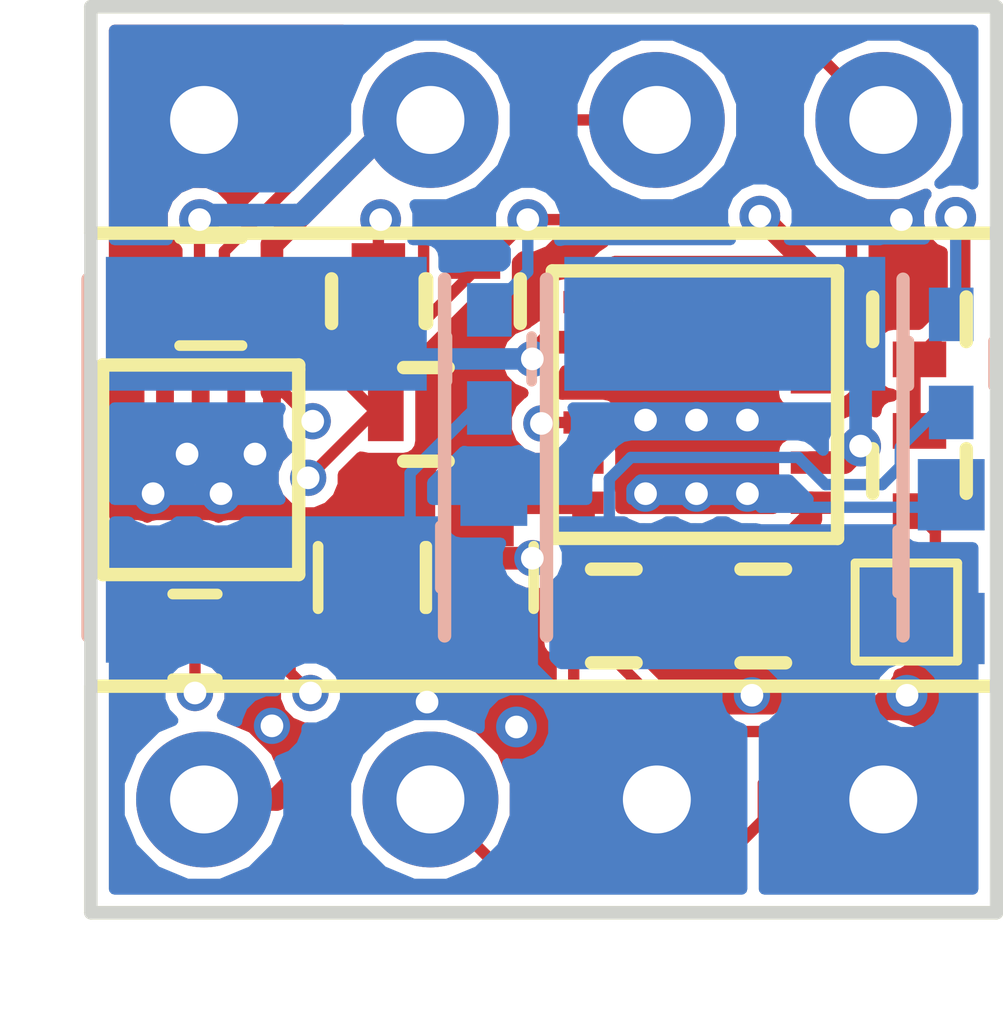
<source format=kicad_pcb>
(kicad_pcb (version 4) (host pcbnew 4.0.5)

  (general
    (links 53)
    (no_connects 0)
    (area 132.8865 98.858 146.374 111.962)
    (thickness 1.6)
    (drawings 4)
    (tracks 301)
    (zones 0)
    (modules 21)
    (nets 20)
  )

  (page A4)
  (layers
    (0 F.Cu signal)
    (1 In1.Cu mixed hide)
    (2 In2.Cu power hide)
    (31 B.Cu signal hide)
    (34 B.Paste user)
    (35 F.Paste user hide)
    (36 B.SilkS user)
    (37 F.SilkS user)
    (38 B.Mask user)
    (39 F.Mask user)
    (44 Edge.Cuts user)
  )

  (setup
    (last_trace_width 0.127)
    (trace_clearance 0.127)
    (zone_clearance 0.127)
    (zone_45_only yes)
    (trace_min 0.127)
    (segment_width 0.2)
    (edge_width 0.15)
    (via_size 0.4572)
    (via_drill 0.254)
    (via_min_size 0.4572)
    (via_min_drill 0.254)
    (uvia_size 0.3)
    (uvia_drill 0.1)
    (uvias_allowed no)
    (uvia_min_size 0.2)
    (uvia_min_drill 0.1)
    (pcb_text_width 0.3)
    (pcb_text_size 1.5 1.5)
    (mod_edge_width 0.15)
    (mod_text_size 0 0)
    (mod_text_width 0)
    (pad_size 1.524 1.524)
    (pad_drill 0.762)
    (pad_to_mask_clearance 0)
    (pad_to_paste_clearance_ratio -0.075)
    (aux_axis_origin 0 0)
    (visible_elements 7FFFFFFF)
    (pcbplotparams
      (layerselection 0x00030_80000001)
      (usegerberextensions false)
      (excludeedgelayer true)
      (linewidth 0.100000)
      (plotframeref false)
      (viasonmask false)
      (mode 1)
      (useauxorigin false)
      (hpglpennumber 1)
      (hpglpenspeed 20)
      (hpglpendiameter 15)
      (hpglpenoverlay 2)
      (psnegative false)
      (psa4output false)
      (plotreference true)
      (plotvalue true)
      (plotinvisibletext false)
      (padsonsilk false)
      (subtractmaskfromsilk false)
      (outputformat 1)
      (mirror false)
      (drillshape 1)
      (scaleselection 1)
      (outputdirectory ""))
  )

  (net 0 "")
  (net 1 VCC)
  (net 2 GND)
  (net 3 "Net-(C2-Pad1)")
  (net 4 +BATT)
  (net 5 "Net-(C5-Pad2)")
  (net 6 "Net-(C6-Pad2)")
  (net 7 +3V3)
  (net 8 +1V8)
  (net 9 "Net-(L1-Pad1)")
  (net 10 "Net-(L2-Pad1)")
  (net 11 /ISET)
  (net 12 /Charge)
  (net 13 /LowBatt)
  (net 14 "Net-(R2-Pad2)")
  (net 15 "Net-(U1-Pad8)")
  (net 16 "Net-(U1-Pad3)")
  (net 17 "Net-(U2-Pad11)")
  (net 18 "Net-(U2-Pad5)")
  (net 19 "Net-(U3-Pad2)")

  (net_class Default "This is the default net class."
    (clearance 0.127)
    (trace_width 0.127)
    (via_dia 0.4572)
    (via_drill 0.254)
    (uvia_dia 0.3)
    (uvia_drill 0.1)
    (add_net +1V8)
    (add_net +3V3)
    (add_net /Charge)
    (add_net /ISET)
    (add_net /LowBatt)
    (add_net GND)
    (add_net "Net-(C2-Pad1)")
    (add_net "Net-(C5-Pad2)")
    (add_net "Net-(C6-Pad2)")
    (add_net "Net-(R2-Pad2)")
    (add_net "Net-(U1-Pad3)")
    (add_net "Net-(U1-Pad8)")
    (add_net "Net-(U2-Pad11)")
    (add_net "Net-(U2-Pad5)")
    (add_net "Net-(U3-Pad2)")
    (add_net VCC)
  )

  (net_class Power ""
    (clearance 0.127)
    (trace_width 0.254)
    (via_dia 0.4572)
    (via_drill 0.254)
    (uvia_dia 0.3)
    (uvia_drill 0.1)
    (add_net +BATT)
    (add_net "Net-(L1-Pad1)")
    (add_net "Net-(L2-Pad1)")
  )

  (module Resistors_SMD:R_0402 (layer F.Cu) (tedit 58307A8A) (tstamp 588572CA)
    (at 137.8458 103.632 270)
    (descr "Resistor SMD 0402, reflow soldering, Vishay (see dcrcw.pdf)")
    (tags "resistor 0402")
    (path /587F379F)
    (attr smd)
    (fp_text reference R4 (at 0 -1.8 270) (layer F.SilkS)
      (effects (font (size 0 0) (thickness 0.15)))
    )
    (fp_text value 536k (at 0 1.8 270) (layer F.Fab)
      (effects (font (size 0 0) (thickness 0.15)))
    )
    (fp_line (start -0.5 0.25) (end -0.5 -0.25) (layer F.Fab) (width 0.1))
    (fp_line (start 0.5 0.25) (end -0.5 0.25) (layer F.Fab) (width 0.1))
    (fp_line (start 0.5 -0.25) (end 0.5 0.25) (layer F.Fab) (width 0.1))
    (fp_line (start -0.5 -0.25) (end 0.5 -0.25) (layer F.Fab) (width 0.1))
    (fp_line (start -0.95 -0.65) (end 0.95 -0.65) (layer F.CrtYd) (width 0.05))
    (fp_line (start -0.95 0.65) (end 0.95 0.65) (layer F.CrtYd) (width 0.05))
    (fp_line (start -0.95 -0.65) (end -0.95 0.65) (layer F.CrtYd) (width 0.05))
    (fp_line (start 0.95 -0.65) (end 0.95 0.65) (layer F.CrtYd) (width 0.05))
    (fp_line (start 0.25 -0.525) (end -0.25 -0.525) (layer F.SilkS) (width 0.15))
    (fp_line (start -0.25 0.525) (end 0.25 0.525) (layer F.SilkS) (width 0.15))
    (pad 1 smd rect (at -0.45 0 270) (size 0.4 0.6) (layers F.Cu F.Paste F.Mask)
      (net 7 +3V3))
    (pad 2 smd rect (at 0.45 0 270) (size 0.4 0.6) (layers F.Cu F.Paste F.Mask)
      (net 5 "Net-(C5-Pad2)"))
    (model Resistors_SMD.3dshapes/R_0402.wrl
      (at (xyz 0 0 0))
      (scale (xyz 1 1 1))
      (rotate (xyz 0 0 0))
    )
  )

  (module Capacitors_SMD:C_0603 (layer F.Cu) (tedit 5415D631) (tstamp 58857250)
    (at 135.9662 103.5304 180)
    (descr "Capacitor SMD 0603, reflow soldering, AVX (see smccp.pdf)")
    (tags "capacitor 0603")
    (path /587D90C6)
    (attr smd)
    (fp_text reference C1 (at 0 -1.9 180) (layer F.SilkS)
      (effects (font (size 0 0) (thickness 0.15)))
    )
    (fp_text value 10uF (at 0 1.9 180) (layer F.Fab)
      (effects (font (size 0 0) (thickness 0.15)))
    )
    (fp_line (start -0.8 0.4) (end -0.8 -0.4) (layer F.Fab) (width 0.1))
    (fp_line (start 0.8 0.4) (end -0.8 0.4) (layer F.Fab) (width 0.1))
    (fp_line (start 0.8 -0.4) (end 0.8 0.4) (layer F.Fab) (width 0.1))
    (fp_line (start -0.8 -0.4) (end 0.8 -0.4) (layer F.Fab) (width 0.1))
    (fp_line (start -1.45 -0.75) (end 1.45 -0.75) (layer F.CrtYd) (width 0.05))
    (fp_line (start -1.45 0.75) (end 1.45 0.75) (layer F.CrtYd) (width 0.05))
    (fp_line (start -1.45 -0.75) (end -1.45 0.75) (layer F.CrtYd) (width 0.05))
    (fp_line (start 1.45 -0.75) (end 1.45 0.75) (layer F.CrtYd) (width 0.05))
    (fp_line (start -0.35 -0.6) (end 0.35 -0.6) (layer F.SilkS) (width 0.12))
    (fp_line (start 0.35 0.6) (end -0.35 0.6) (layer F.SilkS) (width 0.12))
    (pad 1 smd rect (at -0.75 0 180) (size 0.8 0.75) (layers F.Cu F.Paste F.Mask)
      (net 1 VCC))
    (pad 2 smd rect (at 0.75 0 180) (size 0.8 0.75) (layers F.Cu F.Paste F.Mask)
      (net 2 GND))
    (model Capacitors_SMD.3dshapes/C_0603.wrl
      (at (xyz 0 0 0))
      (scale (xyz 1 1 1))
      (rotate (xyz 0 0 0))
    )
  )

  (module Capacitors_SMD:C_0402 (layer F.Cu) (tedit 5415D599) (tstamp 58857256)
    (at 135.7884 107.3912)
    (descr "Capacitor SMD 0402, reflow soldering, AVX (see smccp.pdf)")
    (tags "capacitor 0402")
    (path /587D89B5)
    (attr smd)
    (fp_text reference C2 (at 0 -1.7) (layer F.SilkS)
      (effects (font (size 0 0) (thickness 0.15)))
    )
    (fp_text value 0.1uF (at 0 1.7) (layer F.Fab)
      (effects (font (size 0 0) (thickness 0.15)))
    )
    (fp_line (start -0.5 0.25) (end -0.5 -0.25) (layer F.Fab) (width 0.1))
    (fp_line (start 0.5 0.25) (end -0.5 0.25) (layer F.Fab) (width 0.1))
    (fp_line (start 0.5 -0.25) (end 0.5 0.25) (layer F.Fab) (width 0.1))
    (fp_line (start -0.5 -0.25) (end 0.5 -0.25) (layer F.Fab) (width 0.1))
    (fp_line (start -1.15 -0.6) (end 1.15 -0.6) (layer F.CrtYd) (width 0.05))
    (fp_line (start -1.15 0.6) (end 1.15 0.6) (layer F.CrtYd) (width 0.05))
    (fp_line (start -1.15 -0.6) (end -1.15 0.6) (layer F.CrtYd) (width 0.05))
    (fp_line (start 1.15 -0.6) (end 1.15 0.6) (layer F.CrtYd) (width 0.05))
    (fp_line (start 0.25 -0.475) (end -0.25 -0.475) (layer F.SilkS) (width 0.12))
    (fp_line (start -0.25 0.475) (end 0.25 0.475) (layer F.SilkS) (width 0.12))
    (pad 1 smd rect (at -0.55 0) (size 0.6 0.5) (layers F.Cu F.Paste F.Mask)
      (net 3 "Net-(C2-Pad1)"))
    (pad 2 smd rect (at 0.55 0) (size 0.6 0.5) (layers F.Cu F.Paste F.Mask)
      (net 2 GND))
    (model Capacitors_SMD.3dshapes/C_0402.wrl
      (at (xyz 0 0 0))
      (scale (xyz 1 1 1))
      (rotate (xyz 0 0 0))
    )
  )

  (module Capacitors_SMD:C_0603 (layer F.Cu) (tedit 5415D631) (tstamp 5885725C)
    (at 138.9888 106.7308 270)
    (descr "Capacitor SMD 0603, reflow soldering, AVX (see smccp.pdf)")
    (tags "capacitor 0603")
    (path /588025B5)
    (attr smd)
    (fp_text reference C3 (at 0 -1.9 270) (layer F.SilkS)
      (effects (font (size 0 0) (thickness 0.15)))
    )
    (fp_text value 10uF (at 0 1.9 270) (layer F.Fab)
      (effects (font (size 0 0) (thickness 0.15)))
    )
    (fp_line (start -0.8 0.4) (end -0.8 -0.4) (layer F.Fab) (width 0.1))
    (fp_line (start 0.8 0.4) (end -0.8 0.4) (layer F.Fab) (width 0.1))
    (fp_line (start 0.8 -0.4) (end 0.8 0.4) (layer F.Fab) (width 0.1))
    (fp_line (start -0.8 -0.4) (end 0.8 -0.4) (layer F.Fab) (width 0.1))
    (fp_line (start -1.45 -0.75) (end 1.45 -0.75) (layer F.CrtYd) (width 0.05))
    (fp_line (start -1.45 0.75) (end 1.45 0.75) (layer F.CrtYd) (width 0.05))
    (fp_line (start -1.45 -0.75) (end -1.45 0.75) (layer F.CrtYd) (width 0.05))
    (fp_line (start 1.45 -0.75) (end 1.45 0.75) (layer F.CrtYd) (width 0.05))
    (fp_line (start -0.35 -0.6) (end 0.35 -0.6) (layer F.SilkS) (width 0.12))
    (fp_line (start 0.35 0.6) (end -0.35 0.6) (layer F.SilkS) (width 0.12))
    (pad 1 smd rect (at -0.75 0 270) (size 0.8 0.75) (layers F.Cu F.Paste F.Mask)
      (net 4 +BATT))
    (pad 2 smd rect (at 0.75 0 270) (size 0.8 0.75) (layers F.Cu F.Paste F.Mask)
      (net 2 GND))
    (model Capacitors_SMD.3dshapes/C_0603.wrl
      (at (xyz 0 0 0))
      (scale (xyz 1 1 1))
      (rotate (xyz 0 0 0))
    )
  )

  (module Capacitors_SMD:C_0603 (layer F.Cu) (tedit 5415D631) (tstamp 58857262)
    (at 137.7696 106.7308 90)
    (descr "Capacitor SMD 0603, reflow soldering, AVX (see smccp.pdf)")
    (tags "capacitor 0603")
    (path /588027D0)
    (attr smd)
    (fp_text reference C4 (at 0 -1.9 90) (layer F.SilkS)
      (effects (font (size 0 0) (thickness 0.15)))
    )
    (fp_text value 10uF (at 0 1.9 90) (layer F.Fab)
      (effects (font (size 0 0) (thickness 0.15)))
    )
    (fp_line (start -0.8 0.4) (end -0.8 -0.4) (layer F.Fab) (width 0.1))
    (fp_line (start 0.8 0.4) (end -0.8 0.4) (layer F.Fab) (width 0.1))
    (fp_line (start 0.8 -0.4) (end 0.8 0.4) (layer F.Fab) (width 0.1))
    (fp_line (start -0.8 -0.4) (end 0.8 -0.4) (layer F.Fab) (width 0.1))
    (fp_line (start -1.45 -0.75) (end 1.45 -0.75) (layer F.CrtYd) (width 0.05))
    (fp_line (start -1.45 0.75) (end 1.45 0.75) (layer F.CrtYd) (width 0.05))
    (fp_line (start -1.45 -0.75) (end -1.45 0.75) (layer F.CrtYd) (width 0.05))
    (fp_line (start 1.45 -0.75) (end 1.45 0.75) (layer F.CrtYd) (width 0.05))
    (fp_line (start -0.35 -0.6) (end 0.35 -0.6) (layer F.SilkS) (width 0.12))
    (fp_line (start 0.35 0.6) (end -0.35 0.6) (layer F.SilkS) (width 0.12))
    (pad 1 smd rect (at -0.75 0 90) (size 0.8 0.75) (layers F.Cu F.Paste F.Mask)
      (net 4 +BATT))
    (pad 2 smd rect (at 0.75 0 90) (size 0.8 0.75) (layers F.Cu F.Paste F.Mask)
      (net 2 GND))
    (model Capacitors_SMD.3dshapes/C_0603.wrl
      (at (xyz 0 0 0))
      (scale (xyz 1 1 1))
      (rotate (xyz 0 0 0))
    )
  )

  (module Capacitors_SMD:C_0402 (layer B.Cu) (tedit 5415D599) (tstamp 58857268)
    (at 139.0904 104.2797 90)
    (descr "Capacitor SMD 0402, reflow soldering, AVX (see smccp.pdf)")
    (tags "capacitor 0402")
    (path /588008E8)
    (attr smd)
    (fp_text reference C5 (at 0 1.7 90) (layer B.SilkS)
      (effects (font (size 0 0) (thickness 0.15)) (justify mirror))
    )
    (fp_text value 100pF (at 0 -1.7 90) (layer B.Fab)
      (effects (font (size 0 0) (thickness 0.15)) (justify mirror))
    )
    (fp_line (start -0.5 -0.25) (end -0.5 0.25) (layer B.Fab) (width 0.1))
    (fp_line (start 0.5 -0.25) (end -0.5 -0.25) (layer B.Fab) (width 0.1))
    (fp_line (start 0.5 0.25) (end 0.5 -0.25) (layer B.Fab) (width 0.1))
    (fp_line (start -0.5 0.25) (end 0.5 0.25) (layer B.Fab) (width 0.1))
    (fp_line (start -1.15 0.6) (end 1.15 0.6) (layer B.CrtYd) (width 0.05))
    (fp_line (start -1.15 -0.6) (end 1.15 -0.6) (layer B.CrtYd) (width 0.05))
    (fp_line (start -1.15 0.6) (end -1.15 -0.6) (layer B.CrtYd) (width 0.05))
    (fp_line (start 1.15 0.6) (end 1.15 -0.6) (layer B.CrtYd) (width 0.05))
    (fp_line (start 0.25 0.475) (end -0.25 0.475) (layer B.SilkS) (width 0.12))
    (fp_line (start -0.25 -0.475) (end 0.25 -0.475) (layer B.SilkS) (width 0.12))
    (pad 1 smd rect (at -0.55 0 90) (size 0.6 0.5) (layers B.Cu B.Paste B.Mask)
      (net 7 +3V3))
    (pad 2 smd rect (at 0.55 0 90) (size 0.6 0.5) (layers B.Cu B.Paste B.Mask)
      (net 5 "Net-(C5-Pad2)"))
    (model Capacitors_SMD.3dshapes/C_0402.wrl
      (at (xyz 0 0 0))
      (scale (xyz 1 1 1))
      (rotate (xyz 0 0 0))
    )
  )

  (module Capacitors_SMD:C_0402 (layer B.Cu) (tedit 5415D599) (tstamp 5885726E)
    (at 144.272 104.3305 90)
    (descr "Capacitor SMD 0402, reflow soldering, AVX (see smccp.pdf)")
    (tags "capacitor 0402")
    (path /5880586F)
    (attr smd)
    (fp_text reference C6 (at 0 1.7 90) (layer B.SilkS)
      (effects (font (size 0 0) (thickness 0.15)) (justify mirror))
    )
    (fp_text value 100pF (at 0 -1.7 90) (layer B.Fab)
      (effects (font (size 0 0) (thickness 0.15)) (justify mirror))
    )
    (fp_line (start -0.5 -0.25) (end -0.5 0.25) (layer B.Fab) (width 0.1))
    (fp_line (start 0.5 -0.25) (end -0.5 -0.25) (layer B.Fab) (width 0.1))
    (fp_line (start 0.5 0.25) (end 0.5 -0.25) (layer B.Fab) (width 0.1))
    (fp_line (start -0.5 0.25) (end 0.5 0.25) (layer B.Fab) (width 0.1))
    (fp_line (start -1.15 0.6) (end 1.15 0.6) (layer B.CrtYd) (width 0.05))
    (fp_line (start -1.15 -0.6) (end 1.15 -0.6) (layer B.CrtYd) (width 0.05))
    (fp_line (start -1.15 0.6) (end -1.15 -0.6) (layer B.CrtYd) (width 0.05))
    (fp_line (start 1.15 0.6) (end 1.15 -0.6) (layer B.CrtYd) (width 0.05))
    (fp_line (start 0.25 0.475) (end -0.25 0.475) (layer B.SilkS) (width 0.12))
    (fp_line (start -0.25 -0.475) (end 0.25 -0.475) (layer B.SilkS) (width 0.12))
    (pad 1 smd rect (at -0.55 0 90) (size 0.6 0.5) (layers B.Cu B.Paste B.Mask)
      (net 8 +1V8))
    (pad 2 smd rect (at 0.55 0 90) (size 0.6 0.5) (layers B.Cu B.Paste B.Mask)
      (net 6 "Net-(C6-Pad2)"))
    (model Capacitors_SMD.3dshapes/C_0402.wrl
      (at (xyz 0 0 0))
      (scale (xyz 1 1 1))
      (rotate (xyz 0 0 0))
    )
  )

  (module Capacitors_SMD:C_0603 (layer B.Cu) (tedit 5415D631) (tstamp 58857274)
    (at 139.1412 106.5022 90)
    (descr "Capacitor SMD 0603, reflow soldering, AVX (see smccp.pdf)")
    (tags "capacitor 0603")
    (path /58802B1C)
    (attr smd)
    (fp_text reference C7 (at 0 1.9 90) (layer B.SilkS)
      (effects (font (size 0 0) (thickness 0.15)) (justify mirror))
    )
    (fp_text value 10uF (at 0 -1.9 90) (layer B.Fab)
      (effects (font (size 0 0) (thickness 0.15)) (justify mirror))
    )
    (fp_line (start -0.8 -0.4) (end -0.8 0.4) (layer B.Fab) (width 0.1))
    (fp_line (start 0.8 -0.4) (end -0.8 -0.4) (layer B.Fab) (width 0.1))
    (fp_line (start 0.8 0.4) (end 0.8 -0.4) (layer B.Fab) (width 0.1))
    (fp_line (start -0.8 0.4) (end 0.8 0.4) (layer B.Fab) (width 0.1))
    (fp_line (start -1.45 0.75) (end 1.45 0.75) (layer B.CrtYd) (width 0.05))
    (fp_line (start -1.45 -0.75) (end 1.45 -0.75) (layer B.CrtYd) (width 0.05))
    (fp_line (start -1.45 0.75) (end -1.45 -0.75) (layer B.CrtYd) (width 0.05))
    (fp_line (start 1.45 0.75) (end 1.45 -0.75) (layer B.CrtYd) (width 0.05))
    (fp_line (start -0.35 0.6) (end 0.35 0.6) (layer B.SilkS) (width 0.12))
    (fp_line (start 0.35 -0.6) (end -0.35 -0.6) (layer B.SilkS) (width 0.12))
    (pad 1 smd rect (at -0.75 0 90) (size 0.8 0.75) (layers B.Cu B.Paste B.Mask)
      (net 7 +3V3))
    (pad 2 smd rect (at 0.75 0 90) (size 0.8 0.75) (layers B.Cu B.Paste B.Mask)
      (net 2 GND))
    (model Capacitors_SMD.3dshapes/C_0603.wrl
      (at (xyz 0 0 0))
      (scale (xyz 1 1 1))
      (rotate (xyz 0 0 0))
    )
  )

  (module Capacitors_SMD:C_0603 (layer B.Cu) (tedit 5415D631) (tstamp 5885727A)
    (at 144.272 106.553 90)
    (descr "Capacitor SMD 0603, reflow soldering, AVX (see smccp.pdf)")
    (tags "capacitor 0603")
    (path /58802C41)
    (attr smd)
    (fp_text reference C8 (at 0 1.9 90) (layer B.SilkS)
      (effects (font (size 0 0) (thickness 0.15)) (justify mirror))
    )
    (fp_text value 10uF (at 0 -1.9 90) (layer B.Fab)
      (effects (font (size 0 0) (thickness 0.15)) (justify mirror))
    )
    (fp_line (start -0.8 -0.4) (end -0.8 0.4) (layer B.Fab) (width 0.1))
    (fp_line (start 0.8 -0.4) (end -0.8 -0.4) (layer B.Fab) (width 0.1))
    (fp_line (start 0.8 0.4) (end 0.8 -0.4) (layer B.Fab) (width 0.1))
    (fp_line (start -0.8 0.4) (end 0.8 0.4) (layer B.Fab) (width 0.1))
    (fp_line (start -1.45 0.75) (end 1.45 0.75) (layer B.CrtYd) (width 0.05))
    (fp_line (start -1.45 -0.75) (end 1.45 -0.75) (layer B.CrtYd) (width 0.05))
    (fp_line (start -1.45 0.75) (end -1.45 -0.75) (layer B.CrtYd) (width 0.05))
    (fp_line (start 1.45 0.75) (end 1.45 -0.75) (layer B.CrtYd) (width 0.05))
    (fp_line (start -0.35 0.6) (end 0.35 0.6) (layer B.SilkS) (width 0.12))
    (fp_line (start 0.35 -0.6) (end -0.35 -0.6) (layer B.SilkS) (width 0.12))
    (pad 1 smd rect (at -0.75 0 90) (size 0.8 0.75) (layers B.Cu B.Paste B.Mask)
      (net 8 +1V8))
    (pad 2 smd rect (at 0.75 0 90) (size 0.8 0.75) (layers B.Cu B.Paste B.Mask)
      (net 2 GND))
    (model Capacitors_SMD.3dshapes/C_0603.wrl
      (at (xyz 0 0 0))
      (scale (xyz 1 1 1))
      (rotate (xyz 0 0 0))
    )
  )

  (module Footprints:IND_SRN4026 (layer B.Cu) (tedit 58856FB5) (tstamp 58857288)
    (at 136.5885 103.886 270)
    (path /587F000A)
    (fp_text reference L1 (at 1.524 0 360) (layer B.SilkS)
      (effects (font (size 0 0) (thickness 0.15)) (justify mirror))
    )
    (fp_text value 4.7uH (at 1.5 3.5 270) (layer B.Fab)
      (effects (font (size 0 0) (thickness 0.15)) (justify mirror))
    )
    (fp_line (start -1 2.2) (end 4 2.2) (layer B.CrtYd) (width 0.15))
    (fp_line (start 4 2.2) (end 4 -2.2) (layer B.CrtYd) (width 0.15))
    (fp_line (start 4 -2.2) (end -1 -2.2) (layer B.CrtYd) (width 0.15))
    (fp_line (start -1 -2.2) (end -1 1.5) (layer B.CrtYd) (width 0.15))
    (fp_line (start -1 1.5) (end -1 2) (layer B.CrtYd) (width 0.15))
    (fp_line (start -1 2) (end -1 2.2) (layer B.CrtYd) (width 0.15))
    (fp_line (start -0.5 -2) (end 3.5 -2) (layer B.SilkS) (width 0.15))
    (fp_line (start -0.5 2) (end 3.5 2) (layer B.SilkS) (width 0.15))
    (pad 2 smd rect (at 3.05 0 270) (size 1.5 3.6) (layers B.Cu B.Paste B.Mask)
      (net 7 +3V3))
    (pad 1 smd rect (at 0 0 270) (size 1.5 3.6) (layers B.Cu B.Paste B.Mask)
      (net 9 "Net-(L1-Pad1)"))
  )

  (module Footprints:IND_SRN4026 (layer B.Cu) (tedit 58856FBB) (tstamp 58857296)
    (at 141.732 103.886 270)
    (path /58803D68)
    (fp_text reference L2 (at 1.524 0 540) (layer B.SilkS)
      (effects (font (size 0 0) (thickness 0.15)) (justify mirror))
    )
    (fp_text value 4.7uH (at 1.5 3.5 270) (layer B.Fab)
      (effects (font (size 0 0) (thickness 0.15)) (justify mirror))
    )
    (fp_line (start -1 2.2) (end 4 2.2) (layer B.CrtYd) (width 0.15))
    (fp_line (start 4 2.2) (end 4 -2.2) (layer B.CrtYd) (width 0.15))
    (fp_line (start 4 -2.2) (end -1 -2.2) (layer B.CrtYd) (width 0.15))
    (fp_line (start -1 -2.2) (end -1 1.5) (layer B.CrtYd) (width 0.15))
    (fp_line (start -1 1.5) (end -1 2) (layer B.CrtYd) (width 0.15))
    (fp_line (start -1 2) (end -1 2.2) (layer B.CrtYd) (width 0.15))
    (fp_line (start -0.5 -2) (end 3.5 -2) (layer B.SilkS) (width 0.15))
    (fp_line (start -0.5 2) (end 3.5 2) (layer B.SilkS) (width 0.15))
    (pad 2 smd rect (at 3.05 0 270) (size 1.5 3.6) (layers B.Cu B.Paste B.Mask)
      (net 8 +1V8))
    (pad 1 smd rect (at 0 0 270) (size 1.5 3.6) (layers B.Cu B.Paste B.Mask)
      (net 10 "Net-(L2-Pad1)"))
  )

  (module Footprints:DIP8_Header (layer F.Cu) (tedit 58854EB4) (tstamp 588572B2)
    (at 138.43 106.68)
    (path /587D713E)
    (fp_text reference P1 (at 0 5.08) (layer F.SilkS)
      (effects (font (size 0 0) (thickness 0.15)))
    )
    (fp_text value "DIP8 Header" (at 2.54 -7.62) (layer F.Fab)
      (effects (font (size 0 0) (thickness 0.15)))
    )
    (fp_line (start -3.81 1.27) (end 6.35 1.27) (layer F.CrtYd) (width 0.15))
    (fp_line (start 6.35 1.27) (end 6.35 3.81) (layer F.CrtYd) (width 0.15))
    (fp_line (start 6.35 3.81) (end -3.81 3.81) (layer F.CrtYd) (width 0.15))
    (fp_line (start -3.81 3.81) (end -3.81 1.27) (layer F.CrtYd) (width 0.15))
    (fp_line (start -3.81 -6.35) (end -3.81 -3.81) (layer F.CrtYd) (width 0.15))
    (fp_line (start -3.81 -3.81) (end 6.35 -3.81) (layer F.CrtYd) (width 0.15))
    (fp_line (start 6.35 -3.81) (end 6.35 -6.35) (layer F.CrtYd) (width 0.15))
    (fp_line (start 6.35 -6.35) (end -3.81 -6.35) (layer F.CrtYd) (width 0.15))
    (fp_line (start -3.81 1.27) (end 6.35 1.27) (layer F.SilkS) (width 0.15))
    (fp_line (start 6.35 1.27) (end 6.35 3.81) (layer F.SilkS) (width 0.15))
    (fp_line (start 6.35 3.81) (end -3.81 3.81) (layer F.SilkS) (width 0.15))
    (fp_line (start -3.81 3.81) (end -3.81 1.27) (layer F.SilkS) (width 0.15))
    (fp_line (start -3.81 -6.35) (end 6.35 -6.35) (layer F.SilkS) (width 0.15))
    (fp_line (start 6.35 -6.35) (end 6.35 -3.81) (layer F.SilkS) (width 0.15))
    (fp_line (start 6.35 -3.81) (end -3.81 -3.81) (layer F.SilkS) (width 0.15))
    (fp_line (start -3.81 -3.81) (end -3.81 -6.35) (layer F.SilkS) (width 0.15))
    (pad 1 thru_hole circle (at -2.54 -5.08) (size 1.524 1.524) (drill 0.762) (layers *.Cu *.Mask)
      (net 2 GND))
    (pad 2 thru_hole circle (at 0 -5.08) (size 1.524 1.524) (drill 0.762) (layers *.Cu *.Mask)
      (net 1 VCC))
    (pad 3 thru_hole circle (at 2.54 -5.08) (size 1.524 1.524) (drill 0.762) (layers *.Cu *.Mask)
      (net 11 /ISET))
    (pad 4 thru_hole circle (at 5.08 -5.08) (size 1.524 1.524) (drill 0.762) (layers *.Cu *.Mask)
      (net 12 /Charge))
    (pad 5 thru_hole circle (at -2.54 2.54) (size 1.524 1.524) (drill 0.762) (layers *.Cu *.Mask)
      (net 4 +BATT))
    (pad 6 thru_hole circle (at 0 2.54) (size 1.524 1.524) (drill 0.762) (layers *.Cu *.Mask)
      (net 13 /LowBatt))
    (pad 7 thru_hole circle (at 2.54 2.54) (size 1.524 1.524) (drill 0.762) (layers *.Cu *.Mask)
      (net 7 +3V3))
    (pad 8 thru_hole circle (at 5.08 2.54) (size 1.524 1.524) (drill 0.762) (layers *.Cu *.Mask)
      (net 8 +1V8))
  )

  (module Resistors_SMD:R_0402 (layer F.Cu) (tedit 58307A8A) (tstamp 588572B8)
    (at 138.3792 104.902)
    (descr "Resistor SMD 0402, reflow soldering, Vishay (see dcrcw.pdf)")
    (tags "resistor 0402")
    (path /587D8C1E)
    (attr smd)
    (fp_text reference R1 (at 0 -1.8) (layer F.SilkS)
      (effects (font (size 0 0) (thickness 0.15)))
    )
    (fp_text value 16.5k (at 0 1.8) (layer F.Fab)
      (effects (font (size 0 0) (thickness 0.15)))
    )
    (fp_line (start -0.5 0.25) (end -0.5 -0.25) (layer F.Fab) (width 0.1))
    (fp_line (start 0.5 0.25) (end -0.5 0.25) (layer F.Fab) (width 0.1))
    (fp_line (start 0.5 -0.25) (end 0.5 0.25) (layer F.Fab) (width 0.1))
    (fp_line (start -0.5 -0.25) (end 0.5 -0.25) (layer F.Fab) (width 0.1))
    (fp_line (start -0.95 -0.65) (end 0.95 -0.65) (layer F.CrtYd) (width 0.05))
    (fp_line (start -0.95 0.65) (end 0.95 0.65) (layer F.CrtYd) (width 0.05))
    (fp_line (start -0.95 -0.65) (end -0.95 0.65) (layer F.CrtYd) (width 0.05))
    (fp_line (start 0.95 -0.65) (end 0.95 0.65) (layer F.CrtYd) (width 0.05))
    (fp_line (start 0.25 -0.525) (end -0.25 -0.525) (layer F.SilkS) (width 0.15))
    (fp_line (start -0.25 0.525) (end 0.25 0.525) (layer F.SilkS) (width 0.15))
    (pad 1 smd rect (at -0.45 0) (size 0.4 0.6) (layers F.Cu F.Paste F.Mask)
      (net 11 /ISET))
    (pad 2 smd rect (at 0.45 0) (size 0.4 0.6) (layers F.Cu F.Paste F.Mask)
      (net 2 GND))
    (model Resistors_SMD.3dshapes/R_0402.wrl
      (at (xyz 0 0 0))
      (scale (xyz 1 1 1))
      (rotate (xyz 0 0 0))
    )
  )

  (module Resistors_SMD:R_0402 (layer F.Cu) (tedit 58307A8A) (tstamp 588572BE)
    (at 140.4874 107.1626)
    (descr "Resistor SMD 0402, reflow soldering, Vishay (see dcrcw.pdf)")
    (tags "resistor 0402")
    (path /58804DA0)
    (attr smd)
    (fp_text reference R2 (at 0 -1.8) (layer F.SilkS)
      (effects (font (size 0 0) (thickness 0.15)))
    )
    (fp_text value 100k (at 0 1.8) (layer F.Fab)
      (effects (font (size 0 0) (thickness 0.15)))
    )
    (fp_line (start -0.5 0.25) (end -0.5 -0.25) (layer F.Fab) (width 0.1))
    (fp_line (start 0.5 0.25) (end -0.5 0.25) (layer F.Fab) (width 0.1))
    (fp_line (start 0.5 -0.25) (end 0.5 0.25) (layer F.Fab) (width 0.1))
    (fp_line (start -0.5 -0.25) (end 0.5 -0.25) (layer F.Fab) (width 0.1))
    (fp_line (start -0.95 -0.65) (end 0.95 -0.65) (layer F.CrtYd) (width 0.05))
    (fp_line (start -0.95 0.65) (end 0.95 0.65) (layer F.CrtYd) (width 0.05))
    (fp_line (start -0.95 -0.65) (end -0.95 0.65) (layer F.CrtYd) (width 0.05))
    (fp_line (start 0.95 -0.65) (end 0.95 0.65) (layer F.CrtYd) (width 0.05))
    (fp_line (start 0.25 -0.525) (end -0.25 -0.525) (layer F.SilkS) (width 0.15))
    (fp_line (start -0.25 0.525) (end 0.25 0.525) (layer F.SilkS) (width 0.15))
    (pad 1 smd rect (at -0.45 0) (size 0.4 0.6) (layers F.Cu F.Paste F.Mask)
      (net 7 +3V3))
    (pad 2 smd rect (at 0.45 0) (size 0.4 0.6) (layers F.Cu F.Paste F.Mask)
      (net 14 "Net-(R2-Pad2)"))
    (model Resistors_SMD.3dshapes/R_0402.wrl
      (at (xyz 0 0 0))
      (scale (xyz 1 1 1))
      (rotate (xyz 0 0 0))
    )
  )

  (module Resistors_SMD:R_0402 (layer F.Cu) (tedit 58307A8A) (tstamp 588572C4)
    (at 142.1638 107.1626)
    (descr "Resistor SMD 0402, reflow soldering, Vishay (see dcrcw.pdf)")
    (tags "resistor 0402")
    (path /588042D0)
    (attr smd)
    (fp_text reference R3 (at 0 -1.8) (layer F.SilkS)
      (effects (font (size 0 0) (thickness 0.15)))
    )
    (fp_text value 120k (at 0 1.8) (layer F.Fab)
      (effects (font (size 0 0) (thickness 0.15)))
    )
    (fp_line (start -0.5 0.25) (end -0.5 -0.25) (layer F.Fab) (width 0.1))
    (fp_line (start 0.5 0.25) (end -0.5 0.25) (layer F.Fab) (width 0.1))
    (fp_line (start 0.5 -0.25) (end 0.5 0.25) (layer F.Fab) (width 0.1))
    (fp_line (start -0.5 -0.25) (end 0.5 -0.25) (layer F.Fab) (width 0.1))
    (fp_line (start -0.95 -0.65) (end 0.95 -0.65) (layer F.CrtYd) (width 0.05))
    (fp_line (start -0.95 0.65) (end 0.95 0.65) (layer F.CrtYd) (width 0.05))
    (fp_line (start -0.95 -0.65) (end -0.95 0.65) (layer F.CrtYd) (width 0.05))
    (fp_line (start 0.95 -0.65) (end 0.95 0.65) (layer F.CrtYd) (width 0.05))
    (fp_line (start 0.25 -0.525) (end -0.25 -0.525) (layer F.SilkS) (width 0.15))
    (fp_line (start -0.25 0.525) (end 0.25 0.525) (layer F.SilkS) (width 0.15))
    (pad 1 smd rect (at -0.45 0) (size 0.4 0.6) (layers F.Cu F.Paste F.Mask)
      (net 14 "Net-(R2-Pad2)"))
    (pad 2 smd rect (at 0.45 0) (size 0.4 0.6) (layers F.Cu F.Paste F.Mask)
      (net 2 GND))
    (model Resistors_SMD.3dshapes/R_0402.wrl
      (at (xyz 0 0 0))
      (scale (xyz 1 1 1))
      (rotate (xyz 0 0 0))
    )
  )

  (module Resistors_SMD:R_0402 (layer F.Cu) (tedit 58307A8A) (tstamp 588572D0)
    (at 138.9126 103.632 270)
    (descr "Resistor SMD 0402, reflow soldering, Vishay (see dcrcw.pdf)")
    (tags "resistor 0402")
    (path /587F4E08)
    (attr smd)
    (fp_text reference R5 (at 0 -1.8 270) (layer F.SilkS)
      (effects (font (size 0 0) (thickness 0.15)))
    )
    (fp_text value 120k (at 0 1.8 270) (layer F.Fab)
      (effects (font (size 0 0) (thickness 0.15)))
    )
    (fp_line (start -0.5 0.25) (end -0.5 -0.25) (layer F.Fab) (width 0.1))
    (fp_line (start 0.5 0.25) (end -0.5 0.25) (layer F.Fab) (width 0.1))
    (fp_line (start 0.5 -0.25) (end 0.5 0.25) (layer F.Fab) (width 0.1))
    (fp_line (start -0.5 -0.25) (end 0.5 -0.25) (layer F.Fab) (width 0.1))
    (fp_line (start -0.95 -0.65) (end 0.95 -0.65) (layer F.CrtYd) (width 0.05))
    (fp_line (start -0.95 0.65) (end 0.95 0.65) (layer F.CrtYd) (width 0.05))
    (fp_line (start -0.95 -0.65) (end -0.95 0.65) (layer F.CrtYd) (width 0.05))
    (fp_line (start 0.95 -0.65) (end 0.95 0.65) (layer F.CrtYd) (width 0.05))
    (fp_line (start 0.25 -0.525) (end -0.25 -0.525) (layer F.SilkS) (width 0.15))
    (fp_line (start -0.25 0.525) (end 0.25 0.525) (layer F.SilkS) (width 0.15))
    (pad 1 smd rect (at -0.45 0 270) (size 0.4 0.6) (layers F.Cu F.Paste F.Mask)
      (net 5 "Net-(C5-Pad2)"))
    (pad 2 smd rect (at 0.45 0 270) (size 0.4 0.6) (layers F.Cu F.Paste F.Mask)
      (net 2 GND))
    (model Resistors_SMD.3dshapes/R_0402.wrl
      (at (xyz 0 0 0))
      (scale (xyz 1 1 1))
      (rotate (xyz 0 0 0))
    )
  )

  (module Resistors_SMD:R_0402 (layer F.Cu) (tedit 58307A8A) (tstamp 588572D6)
    (at 143.9164 105.537 90)
    (descr "Resistor SMD 0402, reflow soldering, Vishay (see dcrcw.pdf)")
    (tags "resistor 0402")
    (path /587F1B2D)
    (attr smd)
    (fp_text reference R6 (at 0 -1.8 90) (layer F.SilkS)
      (effects (font (size 0 0) (thickness 0.15)))
    )
    (fp_text value 200k (at 0 1.8 90) (layer F.Fab)
      (effects (font (size 0 0) (thickness 0.15)))
    )
    (fp_line (start -0.5 0.25) (end -0.5 -0.25) (layer F.Fab) (width 0.1))
    (fp_line (start 0.5 0.25) (end -0.5 0.25) (layer F.Fab) (width 0.1))
    (fp_line (start 0.5 -0.25) (end 0.5 0.25) (layer F.Fab) (width 0.1))
    (fp_line (start -0.5 -0.25) (end 0.5 -0.25) (layer F.Fab) (width 0.1))
    (fp_line (start -0.95 -0.65) (end 0.95 -0.65) (layer F.CrtYd) (width 0.05))
    (fp_line (start -0.95 0.65) (end 0.95 0.65) (layer F.CrtYd) (width 0.05))
    (fp_line (start -0.95 -0.65) (end -0.95 0.65) (layer F.CrtYd) (width 0.05))
    (fp_line (start 0.95 -0.65) (end 0.95 0.65) (layer F.CrtYd) (width 0.05))
    (fp_line (start 0.25 -0.525) (end -0.25 -0.525) (layer F.SilkS) (width 0.15))
    (fp_line (start -0.25 0.525) (end 0.25 0.525) (layer F.SilkS) (width 0.15))
    (pad 1 smd rect (at -0.45 0 90) (size 0.4 0.6) (layers F.Cu F.Paste F.Mask)
      (net 8 +1V8))
    (pad 2 smd rect (at 0.45 0 90) (size 0.4 0.6) (layers F.Cu F.Paste F.Mask)
      (net 6 "Net-(C6-Pad2)"))
    (model Resistors_SMD.3dshapes/R_0402.wrl
      (at (xyz 0 0 0))
      (scale (xyz 1 1 1))
      (rotate (xyz 0 0 0))
    )
  )

  (module Resistors_SMD:R_0402 (layer F.Cu) (tedit 58307A8A) (tstamp 588572DC)
    (at 143.9164 103.8352 90)
    (descr "Resistor SMD 0402, reflow soldering, Vishay (see dcrcw.pdf)")
    (tags "resistor 0402")
    (path /587F1C59)
    (attr smd)
    (fp_text reference R7 (at 0 -1.8 90) (layer F.SilkS)
      (effects (font (size 0 0) (thickness 0.15)))
    )
    (fp_text value 100k (at 0 1.8 90) (layer F.Fab)
      (effects (font (size 0 0) (thickness 0.15)))
    )
    (fp_line (start -0.5 0.25) (end -0.5 -0.25) (layer F.Fab) (width 0.1))
    (fp_line (start 0.5 0.25) (end -0.5 0.25) (layer F.Fab) (width 0.1))
    (fp_line (start 0.5 -0.25) (end 0.5 0.25) (layer F.Fab) (width 0.1))
    (fp_line (start -0.5 -0.25) (end 0.5 -0.25) (layer F.Fab) (width 0.1))
    (fp_line (start -0.95 -0.65) (end 0.95 -0.65) (layer F.CrtYd) (width 0.05))
    (fp_line (start -0.95 0.65) (end 0.95 0.65) (layer F.CrtYd) (width 0.05))
    (fp_line (start -0.95 -0.65) (end -0.95 0.65) (layer F.CrtYd) (width 0.05))
    (fp_line (start 0.95 -0.65) (end 0.95 0.65) (layer F.CrtYd) (width 0.05))
    (fp_line (start 0.25 -0.525) (end -0.25 -0.525) (layer F.SilkS) (width 0.15))
    (fp_line (start -0.25 0.525) (end 0.25 0.525) (layer F.SilkS) (width 0.15))
    (pad 1 smd rect (at -0.45 0 90) (size 0.4 0.6) (layers F.Cu F.Paste F.Mask)
      (net 6 "Net-(C6-Pad2)"))
    (pad 2 smd rect (at 0.45 0 90) (size 0.4 0.6) (layers F.Cu F.Paste F.Mask)
      (net 2 GND))
    (model Resistors_SMD.3dshapes/R_0402.wrl
      (at (xyz 0 0 0))
      (scale (xyz 1 1 1))
      (rotate (xyz 0 0 0))
    )
  )

  (module "Footprints:10-TDFN_(AAT3693)" (layer F.Cu) (tedit 58855F55) (tstamp 5885730F)
    (at 136.652 104.648 270)
    (path /587D7171)
    (fp_text reference U1 (at 1.5 3.05 270) (layer F.SilkS)
      (effects (font (size 0 0) (thickness 0.15)))
    )
    (fp_text value AAT3693 (at 1.2 -1.55 270) (layer F.Fab)
      (effects (font (size 0 0) (thickness 0.15)))
    )
    (fp_line (start -0.4 -0.4) (end 2.15 -0.4) (layer F.CrtYd) (width 0.15))
    (fp_line (start 2.15 -0.4) (end 2.15 2) (layer F.CrtYd) (width 0.15))
    (fp_line (start 2.15 2) (end -0.4 2) (layer F.CrtYd) (width 0.15))
    (fp_line (start -0.4 2) (end -0.4 -0.4) (layer F.CrtYd) (width 0.15))
    (fp_line (start 2.05 1.9) (end -0.25 1.9) (layer F.SilkS) (width 0.15))
    (fp_line (start -0.25 1.9) (end -0.3 1.9) (layer F.SilkS) (width 0.15))
    (fp_line (start -0.3 1.9) (end -0.3 -0.3) (layer F.SilkS) (width 0.15))
    (fp_line (start -0.3 -0.3) (end -0.25 -0.3) (layer F.SilkS) (width 0.15))
    (fp_line (start -0.25 -0.3) (end 2.05 -0.3) (layer F.SilkS) (width 0.15))
    (fp_line (start 2.05 -0.3) (end 2.05 1.9) (layer F.SilkS) (width 0.15))
    (fp_line (start 1 0.9) (end 1.2 0.9) (layer F.Paste) (width 0.15))
    (fp_line (start 1.2 0.9) (end 1.2 1.5) (layer F.Paste) (width 0.15))
    (fp_line (start 1.2 1.5) (end 1 1.5) (layer F.Paste) (width 0.15))
    (fp_line (start 1 1.5) (end 1 0.9) (layer F.Paste) (width 0.15))
    (fp_line (start 1 0.9) (end 1.1 0.9) (layer F.Paste) (width 0.15))
    (fp_line (start 1.1 0.9) (end 1.1 1.5) (layer F.Paste) (width 0.15))
    (fp_line (start 0.6 1.5) (end 0.6 0.9) (layer F.Paste) (width 0.15))
    (fp_line (start 0.6 0.9) (end 0.8 0.9) (layer F.Paste) (width 0.15))
    (fp_line (start 0.8 0.9) (end 0.8 1.5) (layer F.Paste) (width 0.15))
    (fp_line (start 0.8 1.5) (end 0.7 1.5) (layer F.Paste) (width 0.15))
    (fp_line (start 0.7 1.5) (end 0.6 1.5) (layer F.Paste) (width 0.15))
    (fp_line (start 0.6 1.5) (end 0.7 1.4) (layer F.Paste) (width 0.15))
    (fp_line (start 0.7 1.4) (end 0.7 1) (layer F.Paste) (width 0.15))
    (fp_line (start 1 0.1) (end 1.2 0.1) (layer F.Paste) (width 0.15))
    (fp_line (start 1.2 0.1) (end 1.2 0.7) (layer F.Paste) (width 0.15))
    (fp_line (start 1.2 0.7) (end 1 0.7) (layer F.Paste) (width 0.15))
    (fp_line (start 1 0.7) (end 1 0.1) (layer F.Paste) (width 0.15))
    (fp_line (start 1 0.1) (end 1.1 0.1) (layer F.Paste) (width 0.15))
    (fp_line (start 1.1 0.1) (end 1.1 0.6) (layer F.Paste) (width 0.15))
    (fp_line (start 1.1 0.6) (end 1.1 0.7) (layer F.Paste) (width 0.15))
    (fp_line (start 0.6 0.1) (end 0.8 0.1) (layer F.Paste) (width 0.15))
    (fp_line (start 0.8 0.1) (end 0.8 0.7) (layer F.Paste) (width 0.15))
    (fp_line (start 0.8 0.7) (end 0.6 0.7) (layer F.Paste) (width 0.15))
    (fp_line (start 0.6 0.7) (end 0.6 0.1) (layer F.Paste) (width 0.15))
    (fp_line (start 0.6 0.1) (end 0.7 0.1) (layer F.Paste) (width 0.15))
    (fp_line (start 0.7 0.1) (end 0.7 0.6) (layer F.Paste) (width 0.15))
    (pad 6 smd rect (at 1.78 1.6 270) (size 0.42 0.2) (layers F.Cu F.Paste F.Mask)
      (net 3 "Net-(C2-Pad1)"))
    (pad 7 smd rect (at 1.78 1.2 270) (size 0.42 0.2) (layers F.Cu F.Paste F.Mask)
      (net 11 /ISET))
    (pad 8 smd rect (at 1.78 0.8 270) (size 0.42 0.2) (layers F.Cu F.Paste F.Mask)
      (net 15 "Net-(U1-Pad8)"))
    (pad 9 smd rect (at 1.78 0.4 270) (size 0.42 0.2) (layers F.Cu F.Paste F.Mask)
      (net 1 VCC))
    (pad 10 smd rect (at 1.78 0 270) (size 0.42 0.2) (layers F.Cu F.Paste F.Mask)
      (net 4 +BATT))
    (pad 5 smd rect (at 0 1.6 270) (size 0.42 0.2) (layers F.Cu F.Paste F.Mask)
      (net 2 GND))
    (pad 4 smd rect (at 0 1.2 270) (size 0.42 0.2) (layers F.Cu F.Paste F.Mask)
      (net 1 VCC))
    (pad 3 smd rect (at 0 0.8 270) (size 0.42 0.2) (layers F.Cu F.Paste F.Mask)
      (net 16 "Net-(U1-Pad3)"))
    (pad 2 smd rect (at 0 0.4 270) (size 0.42 0.2) (layers F.Cu F.Paste F.Mask)
      (net 12 /Charge))
    (pad 1 smd rect (at 0 0 270) (size 0.42 0.2) (layers F.Cu F.Paste F.Mask)
      (net 1 VCC))
    (pad 11 smd rect (at 0.9 0.8 270) (size 0.9 1.7) (layers F.Cu F.Mask)
      (net 2 GND))
  )

  (module "Footprints:WDFN-12_(PAM2306D)" (layer F.Cu) (tedit 58856DB0) (tstamp 58857354)
    (at 142.6972 105.8926 180)
    (path /587F4803)
    (fp_text reference U2 (at 1.7 3.9 180) (layer F.SilkS)
      (effects (font (size 0 0) (thickness 0.15)))
    )
    (fp_text value PAM2306DYPAA (at 2 -1.7 180) (layer F.Fab)
      (effects (font (size 0 0) (thickness 0.15)))
    )
    (fp_line (start 1.5 1.4) (end 1.5 2.1) (layer F.Paste) (width 0.15))
    (fp_line (start 1.5 2.1) (end 1.8 2.1) (layer F.Paste) (width 0.15))
    (fp_line (start 1.8 2.1) (end 1.8 1.4) (layer F.Paste) (width 0.15))
    (fp_line (start 1.8 1.4) (end 1.6 1.4) (layer F.Paste) (width 0.15))
    (fp_line (start 1.6 1.4) (end 1.6 2) (layer F.Paste) (width 0.15))
    (fp_line (start 1.6 2) (end 1.7 2) (layer F.Paste) (width 0.15))
    (fp_line (start 1.7 2) (end 1.7 1.5) (layer F.Paste) (width 0.15))
    (fp_line (start 0.7 1.4) (end 0.7 2.1) (layer F.Paste) (width 0.15))
    (fp_line (start 0.7 2.1) (end 1 2.1) (layer F.Paste) (width 0.15))
    (fp_line (start 1 2.1) (end 1 1.4) (layer F.Paste) (width 0.15))
    (fp_line (start 1 1.4) (end 0.8 1.4) (layer F.Paste) (width 0.15))
    (fp_line (start 0.8 1.4) (end 0.8 2) (layer F.Paste) (width 0.15))
    (fp_line (start 0.8 2) (end 0.9 2) (layer F.Paste) (width 0.15))
    (fp_line (start 0.9 2) (end 0.9 1.5) (layer F.Paste) (width 0.15))
    (fp_line (start 1.5 0.1) (end 1.5 0.9) (layer F.Paste) (width 0.15))
    (fp_line (start 1.5 0.9) (end 1.8 0.9) (layer F.Paste) (width 0.15))
    (fp_line (start 1.8 0.9) (end 1.8 0.1) (layer F.Paste) (width 0.15))
    (fp_line (start 1.8 0.1) (end 1.6 0.1) (layer F.Paste) (width 0.15))
    (fp_line (start 1.6 0.1) (end 1.6 0.8) (layer F.Paste) (width 0.15))
    (fp_line (start 1.6 0.8) (end 1.7 0.8) (layer F.Paste) (width 0.15))
    (fp_line (start 1.7 0.8) (end 1.7 0.2) (layer F.Paste) (width 0.15))
    (fp_line (start 0.7 0.1) (end 0.7 0.9) (layer F.Paste) (width 0.15))
    (fp_line (start 0.7 0.9) (end 1 0.9) (layer F.Paste) (width 0.15))
    (fp_line (start 1 0.9) (end 1 0.1) (layer F.Paste) (width 0.15))
    (fp_line (start 1 0.1) (end 0.8 0.1) (layer F.Paste) (width 0.15))
    (fp_line (start 0.8 0.1) (end 0.8 0.8) (layer F.Paste) (width 0.15))
    (fp_line (start 0.8 0.8) (end 0.9 0.8) (layer F.Paste) (width 0.15))
    (fp_line (start 0.9 0.8) (end 0.9 0.2) (layer F.Paste) (width 0.15))
    (fp_line (start 1.4 1.3) (end 1.4 2.2) (layer F.Paste) (width 0.15))
    (fp_line (start 1.4 2.2) (end 1.9 2.2) (layer F.Paste) (width 0.15))
    (fp_line (start 1.9 2.2) (end 1.9 1.3) (layer F.Paste) (width 0.15))
    (fp_line (start 1.9 1.3) (end 1.4 1.3) (layer F.Paste) (width 0.15))
    (fp_line (start 0.6 1.3) (end 0.6 2.2) (layer F.Paste) (width 0.15))
    (fp_line (start 0.6 2.2) (end 1.1 2.2) (layer F.Paste) (width 0.15))
    (fp_line (start 1.1 2.2) (end 1.1 1.3) (layer F.Paste) (width 0.15))
    (fp_line (start 1.1 1.3) (end 0.6 1.3) (layer F.Paste) (width 0.15))
    (fp_line (start 1.4 0) (end 1.4 1) (layer F.Paste) (width 0.15))
    (fp_line (start 1.4 1) (end 1.9 1) (layer F.Paste) (width 0.15))
    (fp_line (start 1.9 1) (end 1.9 0) (layer F.Paste) (width 0.15))
    (fp_line (start 1.9 0) (end 1.4 0) (layer F.Paste) (width 0.15))
    (fp_line (start 0.6 0) (end 1.1 0) (layer F.Paste) (width 0.15))
    (fp_line (start 1.1 0) (end 1.1 1) (layer F.Paste) (width 0.15))
    (fp_line (start 1.1 1) (end 0.6 1) (layer F.Paste) (width 0.15))
    (fp_line (start 0.6 1) (end 0.6 0) (layer F.Paste) (width 0.15))
    (fp_line (start -0.4 -0.5) (end -0.4 2.7) (layer F.CrtYd) (width 0.15))
    (fp_line (start -0.4 2.7) (end 3 2.7) (layer F.CrtYd) (width 0.15))
    (fp_line (start 3 2.7) (end 3 -0.5) (layer F.CrtYd) (width 0.15))
    (fp_line (start 3 -0.5) (end -0.4 -0.5) (layer F.CrtYd) (width 0.15))
    (fp_line (start -0.3 2.6) (end -0.3 -0.4) (layer F.SilkS) (width 0.15))
    (fp_line (start -0.3 -0.4) (end 2.9 -0.4) (layer F.SilkS) (width 0.15))
    (fp_line (start 2.9 -0.4) (end 2.9 2.6) (layer F.SilkS) (width 0.15))
    (fp_line (start 2.9 2.6) (end -0.3 2.6) (layer F.SilkS) (width 0.15))
    (pad 7 smd rect (at 2.55 2.25 180) (size 0.45 0.25) (layers F.Cu F.Paste F.Mask)
      (net 4 +BATT))
    (pad 8 smd rect (at 2.55 1.8 180) (size 0.45 0.25) (layers F.Cu F.Paste F.Mask)
      (net 9 "Net-(L1-Pad1)"))
    (pad 9 smd rect (at 2.55 1.35 180) (size 0.45 0.25) (layers F.Cu F.Paste F.Mask)
      (net 2 GND))
    (pad 10 smd rect (at 2.55 0.9 180) (size 0.45 0.25) (layers F.Cu F.Paste F.Mask)
      (net 6 "Net-(C6-Pad2)"))
    (pad 11 smd rect (at 2.55 0.45 180) (size 0.45 0.25) (layers F.Cu F.Paste F.Mask)
      (net 17 "Net-(U2-Pad11)"))
    (pad 12 smd rect (at 2.55 0 180) (size 0.45 0.25) (layers F.Cu F.Paste F.Mask)
      (net 4 +BATT))
    (pad 6 smd rect (at 0 2.25 180) (size 0.45 0.25) (layers F.Cu F.Paste F.Mask)
      (net 4 +BATT))
    (pad 5 smd rect (at 0 1.8 180) (size 0.45 0.25) (layers F.Cu F.Paste F.Mask)
      (net 18 "Net-(U2-Pad5)"))
    (pad 4 smd rect (at 0 1.35 180) (size 0.45 0.25) (layers F.Cu F.Paste F.Mask)
      (net 5 "Net-(C5-Pad2)"))
    (pad 3 smd rect (at 0 0.9 180) (size 0.45 0.25) (layers F.Cu F.Paste F.Mask)
      (net 2 GND))
    (pad 2 smd rect (at 0 0.45 180) (size 0.45 0.25) (layers F.Cu F.Paste F.Mask)
      (net 10 "Net-(L2-Pad1)"))
    (pad 1 smd rect (at 0 0 180) (size 0.45 0.25) (layers F.Cu F.Paste F.Mask)
      (net 4 +BATT))
    (pad 13 smd rect (at 1.275 1.125 180) (size 1.6 2.5) (layers F.Cu F.Mask)
      (net 2 GND))
  )

  (module "Footprints:6-UDFN_(NCS2202)" (layer F.Cu) (tedit 58857C8C) (tstamp 58858009)
    (at 144.0942 107.5182 180)
    (path /58858552)
    (fp_text reference U3 (at 0.7 2 180) (layer F.SilkS)
      (effects (font (size 0 0) (thickness 0.15)))
    )
    (fp_text value NCS2200 (at 0.5 -1.35 180) (layer F.Fab)
      (effects (font (size 0 0) (thickness 0.15)))
    )
    (fp_line (start -0.3 -0.2) (end 0.95 -0.2) (layer F.CrtYd) (width 0.1))
    (fp_line (start 0.95 -0.2) (end 0.95 1) (layer F.CrtYd) (width 0.1))
    (fp_line (start 0.95 1) (end -0.3 1) (layer F.CrtYd) (width 0.1))
    (fp_line (start -0.3 1) (end -0.3 -0.2) (layer F.CrtYd) (width 0.1))
    (fp_line (start -0.25 -0.15) (end 0.9 -0.15) (layer F.SilkS) (width 0.1))
    (fp_line (start 0.9 -0.15) (end 0.9 0.95) (layer F.SilkS) (width 0.1))
    (fp_line (start 0.9 0.95) (end -0.25 0.95) (layer F.SilkS) (width 0.1))
    (fp_line (start -0.25 0.95) (end -0.25 -0.15) (layer F.SilkS) (width 0.1))
    (pad 6 smd rect (at 0.65 0 180) (size 0.42 0.22) (layers F.Cu F.Paste F.Mask)
      (net 13 /LowBatt))
    (pad 5 smd rect (at 0.65 0.4 180) (size 0.42 0.22) (layers F.Cu F.Paste F.Mask)
      (net 4 +BATT))
    (pad 3 smd rect (at 0 0.8 180) (size 0.42 0.22) (layers F.Cu F.Paste F.Mask)
      (net 8 +1V8))
    (pad 4 smd rect (at 0.65 0.8 180) (size 0.42 0.22) (layers F.Cu F.Paste F.Mask)
      (net 14 "Net-(R2-Pad2)"))
    (pad 2 smd rect (at 0 0.4 180) (size 0.42 0.22) (layers F.Cu F.Paste F.Mask)
      (net 19 "Net-(U3-Pad2)"))
    (pad 1 smd rect (at 0 0 180) (size 0.42 0.22) (layers F.Cu F.Paste F.Mask)
      (net 2 GND))
  )

  (gr_line (start 144.78 100.33) (end 134.62 100.33) (angle 90) (layer Edge.Cuts) (width 0.15))
  (gr_line (start 144.78 110.49) (end 144.78 100.33) (angle 90) (layer Edge.Cuts) (width 0.15))
  (gr_line (start 134.62 110.49) (end 144.78 110.49) (angle 90) (layer Edge.Cuts) (width 0.15))
  (gr_line (start 134.62 100.33) (end 134.62 110.49) (angle 90) (layer Edge.Cuts) (width 0.15))

  (segment (start 136.252 106.428) (end 136.252 106.7626) (width 0.127) (layer F.Cu) (net 1))
  (segment (start 136.779 104.648) (end 136.652 104.648) (width 0.127) (layer F.Cu) (net 1) (tstamp 5889672A))
  (segment (start 137.1092 104.9782) (end 136.779 104.648) (width 0.127) (layer F.Cu) (net 1) (tstamp 58896729))
  (via (at 137.1092 104.9782) (size 0.4064) (drill 0.254) (layers F.Cu B.Cu) (net 1))
  (segment (start 137.1346 104.9782) (end 137.1092 104.9782) (width 0.127) (layer In1.Cu) (net 1) (tstamp 58896721))
  (segment (start 137.4902 105.3338) (end 137.1346 104.9782) (width 0.127) (layer In1.Cu) (net 1) (tstamp 58896716))
  (segment (start 137.4902 107.6198) (end 137.4902 105.3338) (width 0.127) (layer In1.Cu) (net 1) (tstamp 5889670D))
  (segment (start 137.0838 108.0262) (end 137.4902 107.6198) (width 0.127) (layer In1.Cu) (net 1) (tstamp 58896705))
  (segment (start 137.0838 108.0262) (end 137.0838 108.0262) (width 0.127) (layer In1.Cu) (net 1) (tstamp 58896704))
  (via (at 137.0838 108.0262) (size 0.4064) (drill 0.254) (layers F.Cu B.Cu) (net 1))
  (segment (start 136.8552 107.7976) (end 137.0838 108.0262) (width 0.127) (layer F.Cu) (net 1) (tstamp 588966DD))
  (segment (start 136.8552 107.0356) (end 136.8552 107.7976) (width 0.127) (layer F.Cu) (net 1) (tstamp 588966DA))
  (segment (start 136.7536 106.934) (end 136.8552 107.0356) (width 0.127) (layer F.Cu) (net 1) (tstamp 588966D8))
  (segment (start 136.4234 106.934) (end 136.7536 106.934) (width 0.127) (layer F.Cu) (net 1) (tstamp 588966D4))
  (segment (start 136.252 106.7626) (end 136.4234 106.934) (width 0.127) (layer F.Cu) (net 1) (tstamp 588966D3))
  (segment (start 136.252 106.428) (end 136.252 106.6356) (width 0.127) (layer F.Cu) (net 1))
  (segment (start 136.906 102.6668) (end 135.89 102.6668) (width 0.254) (layer B.Cu) (net 1))
  (segment (start 135.89 102.6668) (end 135.8392 102.7176) (width 0.254) (layer B.Cu) (net 1) (tstamp 5889626F))
  (segment (start 136.906 102.6668) (end 136.9822 102.6668) (width 0.254) (layer B.Cu) (net 1))
  (segment (start 136.9822 102.6668) (end 138.049 101.6) (width 0.254) (layer B.Cu) (net 1) (tstamp 58895F96))
  (segment (start 138.049 101.6) (end 138.43 101.6) (width 0.254) (layer B.Cu) (net 1) (tstamp 58895F97))
  (segment (start 136.652 102.997) (end 138.049 101.6) (width 0.254) (layer F.Cu) (net 1) (tstamp 58895F6C))
  (segment (start 136.652 104.648) (end 136.652 102.997) (width 0.254) (layer F.Cu) (net 1))
  (segment (start 138.049 101.6) (end 138.43 101.6) (width 0.254) (layer F.Cu) (net 1) (tstamp 58895F74))
  (segment (start 136.906 102.6668) (end 136.9314 102.6668) (width 0.254) (layer B.Cu) (net 1) (tstamp 58895F94))
  (segment (start 135.8392 102.7176) (end 135.9154 102.6414) (width 0.254) (layer B.Cu) (net 1) (tstamp 58895D97))
  (via (at 135.8392 102.7176) (size 0.4572) (drill 0.254) (layers F.Cu B.Cu) (net 1))
  (segment (start 135.452 104.648) (end 135.452 104.4256) (width 0.127) (layer F.Cu) (net 1))
  (segment (start 135.452 104.4256) (end 135.8392 104.0384) (width 0.127) (layer F.Cu) (net 1) (tstamp 58895D87))
  (segment (start 135.8392 104.0384) (end 135.8392 102.7176) (width 0.127) (layer F.Cu) (net 1) (tstamp 58895D8A))
  (segment (start 137.9982 101.6) (end 138.43 101.6) (width 0.254) (layer B.Cu) (net 1) (tstamp 58895F59))
  (segment (start 136.7162 103.5304) (end 136.7162 103.3138) (width 0.254) (layer F.Cu) (net 1))
  (segment (start 136.652 104.648) (end 136.652 103.378) (width 0.254) (layer F.Cu) (net 1))
  (segment (start 136.652 103.5946) (end 136.6654 103.5304) (width 0.127) (layer F.Cu) (net 1) (tstamp 58895B9D))
  (segment (start 138.43 101.6) (end 137.9474 101.6) (width 0.127) (layer F.Cu) (net 1))
  (segment (start 139.1412 105.7522) (end 139.8023 105.7522) (width 0.127) (layer B.Cu) (net 2))
  (segment (start 140.8303 104.9782) (end 140.843 104.9655) (width 0.127) (layer B.Cu) (net 2) (tstamp 588AB994))
  (segment (start 140.5763 104.9782) (end 140.8303 104.9782) (width 0.127) (layer B.Cu) (net 2) (tstamp 588AB992))
  (segment (start 139.8023 105.7522) (end 140.5763 104.9782) (width 0.127) (layer B.Cu) (net 2) (tstamp 588AB98C))
  (segment (start 135.052 104.648) (end 135.052 105.1943) (width 0.127) (layer F.Cu) (net 2))
  (segment (start 135.052 105.1943) (end 135.255 105.3973) (width 0.127) (layer F.Cu) (net 2) (tstamp 588AB91A))
  (segment (start 135.255 105.3973) (end 135.852 105.548) (width 0.127) (layer F.Cu) (net 2) (tstamp 588AB91C))
  (segment (start 135.2162 103.5304) (end 135.2162 103.5819) (width 0.127) (layer F.Cu) (net 2))
  (segment (start 135.2162 103.5819) (end 135.0518 103.7463) (width 0.127) (layer F.Cu) (net 2) (tstamp 588AB914))
  (segment (start 135.0518 103.7463) (end 135.0518 104.6353) (width 0.127) (layer F.Cu) (net 2) (tstamp 588AB916))
  (segment (start 135.0518 104.6353) (end 135.052 104.648) (width 0.127) (layer F.Cu) (net 2) (tstamp 588AB919))
  (segment (start 144.0942 107.5182) (end 144.0942 107.7341) (width 0.127) (layer F.Cu) (net 2))
  (via (at 143.7767 108.0516) (size 0.4572) (drill 0.254) (layers F.Cu B.Cu) (net 2))
  (segment (start 144.0942 107.7341) (end 143.7767 108.0516) (width 0.127) (layer F.Cu) (net 2) (tstamp 588AB8E2))
  (segment (start 139.1412 105.7522) (end 139.1412 105.7275) (width 0.127) (layer B.Cu) (net 2))
  (segment (start 144.272 105.803) (end 144.1838 105.803) (width 0.127) (layer B.Cu) (net 2))
  (segment (start 144.1838 105.803) (end 144.0434 105.9434) (width 0.127) (layer B.Cu) (net 2) (tstamp 588AB094))
  (segment (start 144.0434 105.9434) (end 142.1384 105.9434) (width 0.127) (layer B.Cu) (net 2) (tstamp 588AB097))
  (segment (start 142.1384 105.9434) (end 141.986 105.791) (width 0.127) (layer B.Cu) (net 2) (tstamp 588AB09B))
  (via (at 143.7132 102.7176) (size 0.4064) (drill 0.254) (layers F.Cu B.Cu) (net 2))
  (segment (start 143.8656 103.3852) (end 143.8656 102.87) (width 0.127) (layer F.Cu) (net 2))
  (segment (start 143.8656 102.87) (end 143.7132 102.7176) (width 0.127) (layer F.Cu) (net 2) (tstamp 588AABDE))
  (segment (start 138.9888 107.4808) (end 138.9888 108.0008) (width 0.127) (layer F.Cu) (net 2))
  (via (at 139.3952 108.4072) (size 0.4572) (drill 0.254) (layers F.Cu B.Cu) (net 2))
  (segment (start 138.9888 108.0008) (end 139.3952 108.4072) (width 0.127) (layer F.Cu) (net 2) (tstamp 588AAD36))
  (segment (start 142.6138 107.1626) (end 142.6138 107.4746) (width 0.127) (layer F.Cu) (net 2))
  (via (at 142.0368 108.0516) (size 0.4064) (drill 0.254) (layers F.Cu B.Cu) (net 2))
  (segment (start 142.6138 107.4746) (end 142.0368 108.0516) (width 0.127) (layer F.Cu) (net 2) (tstamp 588AACE8))
  (segment (start 138.8292 104.902) (end 138.8618 104.902) (width 0.127) (layer F.Cu) (net 2))
  (segment (start 138.8618 104.902) (end 138.9126 104.8512) (width 0.127) (layer F.Cu) (net 2) (tstamp 588AAB9C))
  (segment (start 138.9126 104.8512) (end 138.9126 104.0892) (width 0.127) (layer F.Cu) (net 2) (tstamp 588AAB9D))
  (segment (start 138.9126 104.0892) (end 138.9126 104.082) (width 0.127) (layer F.Cu) (net 2) (tstamp 588AAB9F))
  (segment (start 137.783 105.9808) (end 138.9126 104.8512) (width 0.127) (layer F.Cu) (net 2) (tstamp 588AAB93))
  (segment (start 138.9126 104.8512) (end 138.8292 104.902) (width 0.127) (layer F.Cu) (net 2) (tstamp 588AAB9B))
  (segment (start 137.668 106.0196) (end 136.6266 106.0196) (width 0.127) (layer F.Cu) (net 2) (tstamp 588AAB87))
  (segment (start 136.6266 106.0196) (end 136.4996 105.8926) (width 0.127) (layer F.Cu) (net 2) (tstamp 588AAB8B))
  (segment (start 136.4996 105.8926) (end 135.852 105.548) (width 0.127) (layer F.Cu) (net 2) (tstamp 588AAB8D))
  (segment (start 140.1472 104.5426) (end 140.7579 104.5426) (width 0.127) (layer F.Cu) (net 2))
  (segment (start 140.7579 104.5426) (end 140.7795 104.521) (width 0.127) (layer F.Cu) (net 2) (tstamp 588AAB56))
  (segment (start 140.7795 104.521) (end 141.4222 104.7676) (width 0.127) (layer F.Cu) (net 2) (tstamp 588AAB5B))
  (segment (start 142.6972 104.9926) (end 140.8701 104.9926) (width 0.127) (layer F.Cu) (net 2))
  (segment (start 140.8701 104.9926) (end 140.843 104.9655) (width 0.127) (layer F.Cu) (net 2) (tstamp 588AAB29))
  (via (at 140.843 104.9655) (size 0.4064) (drill 0.254) (layers F.Cu B.Cu) (net 2))
  (segment (start 140.843 104.9655) (end 141.4145 104.9655) (width 0.127) (layer B.Cu) (net 2) (tstamp 588AAB2F))
  (segment (start 141.4145 104.9655) (end 141.986 104.9655) (width 0.127) (layer F.Cu) (net 2) (tstamp 588AAB34))
  (via (at 141.4145 104.9655) (size 0.4064) (drill 0.254) (layers F.Cu B.Cu) (net 2))
  (via (at 141.986 104.9655) (size 0.4064) (drill 0.254) (layers F.Cu B.Cu) (net 2))
  (via (at 141.986 105.791) (size 0.4064) (drill 0.254) (layers F.Cu B.Cu) (net 2))
  (segment (start 141.986 105.791) (end 141.4145 105.791) (width 0.127) (layer F.Cu) (net 2) (tstamp 588AAB3A))
  (via (at 141.4145 105.791) (size 0.4064) (drill 0.254) (layers F.Cu B.Cu) (net 2))
  (segment (start 141.4145 105.791) (end 140.843 105.791) (width 0.127) (layer B.Cu) (net 2) (tstamp 588AAB3E))
  (via (at 140.843 105.791) (size 0.4064) (drill 0.254) (layers F.Cu B.Cu) (net 2))
  (segment (start 140.843 105.791) (end 141.4222 104.7676) (width 0.127) (layer F.Cu) (net 2) (tstamp 588AAB42))
  (segment (start 136.155 105.7165) (end 136.4615 105.3465) (width 0.127) (layer B.Cu) (net 2) (tstamp 588AAA96))
  (segment (start 135.6995 105.3465) (end 135.774 105.421) (width 0.127) (layer F.Cu) (net 2) (tstamp 588AAA92))
  (via (at 135.6995 105.3465) (size 0.4572) (drill 0.254) (layers F.Cu B.Cu) (net 2))
  (segment (start 135.6995 105.2195) (end 135.6995 105.3465) (width 0.127) (layer B.Cu) (net 2) (tstamp 588AAA90))
  (via (at 135.3185 105.791) (size 0.4572) (drill 0.254) (layers F.Cu B.Cu) (net 2))
  (segment (start 135.306 105.7785) (end 135.3185 105.791) (width 0.127) (layer F.Cu) (net 2) (tstamp 588AAA8B))
  (segment (start 135.774 105.421) (end 136.0805 105.791) (width 0.127) (layer F.Cu) (net 2) (tstamp 588AAA93))
  (via (at 136.0805 105.791) (size 0.4572) (drill 0.254) (layers F.Cu B.Cu) (net 2))
  (segment (start 136.0805 105.791) (end 136.155 105.7165) (width 0.127) (layer B.Cu) (net 2) (tstamp 588AAA95))
  (via (at 136.4615 105.3465) (size 0.4572) (drill 0.254) (layers F.Cu B.Cu) (net 2))
  (segment (start 136.4615 105.3465) (end 136.387 105.421) (width 0.127) (layer F.Cu) (net 2) (tstamp 588AAA98))
  (segment (start 136.387 105.421) (end 136.0805 105.791) (width 0.127) (layer F.Cu) (net 2) (tstamp 588AAA99))
  (segment (start 136.3384 107.3912) (end 136.3384 108.0809) (width 0.127) (layer F.Cu) (net 2))
  (via (at 136.652 108.3945) (size 0.4064) (drill 0.254) (layers F.Cu B.Cu) (net 2))
  (segment (start 136.3384 108.0809) (end 136.652 108.3945) (width 0.127) (layer F.Cu) (net 2) (tstamp 588AAA68))
  (segment (start 135.052 106.428) (end 135.052 107.2048) (width 0.127) (layer F.Cu) (net 3))
  (segment (start 135.052 107.2048) (end 135.2384 107.3912) (width 0.127) (layer F.Cu) (net 3) (tstamp 58895CBE))
  (segment (start 139.573 106.5149) (end 139.573 105.9815) (width 0.254) (layer In1.Cu) (net 4))
  (segment (start 142.6972 103.251) (end 142.1257 102.6795) (width 0.254) (layer F.Cu) (net 4) (tstamp 588AB2C2))
  (via (at 142.1257 102.6795) (size 0.4572) (drill 0.254) (layers F.Cu B.Cu) (net 4))
  (via (at 139.573 106.5149) (size 0.4064) (drill 0.254) (layers F.Cu B.Cu) (net 4))
  (segment (start 139.573 106.5149) (end 138.7729 106.5149) (width 0.254) (layer F.Cu) (net 4))
  (segment (start 140.3477 104.4575) (end 142.1257 102.6795) (width 0.254) (layer In1.Cu) (net 4) (tstamp 588ABB77))
  (segment (start 140.3477 105.2068) (end 140.3477 104.4575) (width 0.254) (layer In1.Cu) (net 4) (tstamp 588ABB76))
  (segment (start 139.573 105.9815) (end 140.3477 105.2068) (width 0.254) (layer In1.Cu) (net 4) (tstamp 588ABB72))
  (segment (start 142.3543 103.251) (end 142.6972 103.251) (width 0.254) (layer F.Cu) (net 4))
  (segment (start 142.6972 103.6426) (end 142.6972 103.251) (width 0.254) (layer F.Cu) (net 4))
  (segment (start 140.5128 107.3404) (end 140.5128 107.6706) (width 0.127) (layer F.Cu) (net 4))
  (segment (start 143.0718 107.1182) (end 143.030793 107.159207) (width 0.127) (layer F.Cu) (net 4) (tstamp 58896C4B))
  (segment (start 143.030793 107.159207) (end 143.030793 107.794207) (width 0.127) (layer F.Cu) (net 4) (tstamp 58896C4C))
  (segment (start 143.030793 107.794207) (end 142.494 108.331) (width 0.127) (layer F.Cu) (net 4) (tstamp 58896C4D))
  (segment (start 143.0718 107.1182) (end 143.4442 107.1182) (width 0.127) (layer F.Cu) (net 4))
  (segment (start 142.367 108.458) (end 142.494 108.331) (width 0.127) (layer F.Cu) (net 4) (tstamp 588AACE2))
  (segment (start 141.605 108.458) (end 142.367 108.458) (width 0.127) (layer F.Cu) (net 4) (tstamp 588AACE0))
  (segment (start 141.4018 108.2548) (end 141.605 108.458) (width 0.127) (layer F.Cu) (net 4) (tstamp 588AACDE))
  (segment (start 141.097 108.2548) (end 141.4018 108.2548) (width 0.127) (layer F.Cu) (net 4) (tstamp 588AACDC))
  (segment (start 140.5128 107.6706) (end 141.097 108.2548) (width 0.127) (layer F.Cu) (net 4) (tstamp 588AACD3))
  (segment (start 140.5128 106.4768) (end 140.3096 106.2736) (width 0.127) (layer F.Cu) (net 4) (tstamp 58896C51))
  (segment (start 140.5128 107.5182) (end 140.5128 107.3404) (width 0.127) (layer F.Cu) (net 4) (tstamp 58896C50))
  (segment (start 140.5128 107.3404) (end 140.5128 106.4768) (width 0.127) (layer F.Cu) (net 4) (tstamp 588AACD1))
  (segment (start 142.6972 105.8926) (end 142.6972 106.0704) (width 0.254) (layer F.Cu) (net 4))
  (segment (start 140.1472 106.1112) (end 140.1472 105.8926) (width 0.254) (layer F.Cu) (net 4) (tstamp 58896AF2))
  (segment (start 140.3096 106.2736) (end 140.1472 106.1112) (width 0.254) (layer F.Cu) (net 4) (tstamp 58896AED))
  (segment (start 142.494 106.2736) (end 140.3096 106.2736) (width 0.254) (layer F.Cu) (net 4) (tstamp 58896AEA))
  (segment (start 142.6972 106.0704) (end 142.494 106.2736) (width 0.254) (layer F.Cu) (net 4) (tstamp 58896AE9))
  (segment (start 135.89 109.22) (end 136.7028 109.22) (width 0.254) (layer F.Cu) (net 4))
  (segment (start 137.7696 108.1532) (end 137.7696 107.4808) (width 0.254) (layer F.Cu) (net 4) (tstamp 588966BF))
  (segment (start 136.7028 109.22) (end 137.7696 108.1532) (width 0.254) (layer F.Cu) (net 4) (tstamp 588966BC))
  (segment (start 140.1472 105.8926) (end 139.077 105.8926) (width 0.254) (layer F.Cu) (net 4))
  (segment (start 139.077 105.8926) (end 138.9888 105.9808) (width 0.254) (layer F.Cu) (net 4) (tstamp 58896639))
  (segment (start 137.7696 107.4808) (end 137.807 107.4808) (width 0.254) (layer F.Cu) (net 4))
  (segment (start 137.807 107.4808) (end 138.7729 106.5149) (width 0.254) (layer F.Cu) (net 4) (tstamp 58896625))
  (segment (start 138.7729 106.5149) (end 138.9888 106.299) (width 0.254) (layer F.Cu) (net 4) (tstamp 588AB84D))
  (segment (start 138.9888 106.299) (end 138.9888 105.9808) (width 0.254) (layer F.Cu) (net 4) (tstamp 5889662E))
  (segment (start 136.652 106.428) (end 136.7168 106.428) (width 0.254) (layer F.Cu) (net 4))
  (segment (start 136.7168 106.428) (end 137.7696 107.4808) (width 0.254) (layer F.Cu) (net 4) (tstamp 58896613))
  (segment (start 140.1472 103.6426) (end 140.1472 103.6166) (width 0.254) (layer F.Cu) (net 4))
  (segment (start 140.1472 103.6166) (end 140.5128 103.251) (width 0.254) (layer F.Cu) (net 4) (tstamp 58895DE4))
  (segment (start 140.5128 103.251) (end 142.3543 103.251) (width 0.254) (layer F.Cu) (net 4) (tstamp 58895DEE))
  (segment (start 142.3543 103.251) (end 142.367 103.251) (width 0.254) (layer F.Cu) (net 4) (tstamp 588AB2CF))
  (segment (start 142.6972 103.5812) (end 142.6972 103.6426) (width 0.254) (layer F.Cu) (net 4) (tstamp 58895E03))
  (segment (start 138.9888 105.9046) (end 138.9888 106.1854) (width 0.254) (layer F.Cu) (net 4))
  (segment (start 135.89 109.22) (end 135.9542 109.22) (width 0.254) (layer F.Cu) (net 4))
  (segment (start 137.7696 107.4046) (end 137.6286 107.4046) (width 0.254) (layer F.Cu) (net 4))
  (segment (start 142.6972 104.5426) (end 142.9677 104.5426) (width 0.127) (layer F.Cu) (net 5))
  (segment (start 141.2494 102.7176) (end 139.5222 102.7176) (width 0.127) (layer F.Cu) (net 5) (tstamp 588AB2AB))
  (segment (start 141.7447 102.2223) (end 141.2494 102.7176) (width 0.127) (layer F.Cu) (net 5) (tstamp 588AB2AA))
  (segment (start 142.5067 102.2223) (end 141.7447 102.2223) (width 0.127) (layer F.Cu) (net 5) (tstamp 588AB2A8))
  (segment (start 143.1544 102.87) (end 142.5067 102.2223) (width 0.127) (layer F.Cu) (net 5) (tstamp 588AB297))
  (segment (start 143.1544 104.3559) (end 143.1544 102.87) (width 0.127) (layer F.Cu) (net 5) (tstamp 588AB294))
  (segment (start 142.9677 104.5426) (end 143.1544 104.3559) (width 0.127) (layer F.Cu) (net 5) (tstamp 588AB293))
  (segment (start 137.8458 104.082) (end 138.1324 104.082) (width 0.127) (layer F.Cu) (net 5))
  (segment (start 138.1324 104.082) (end 138.9126 103.3018) (width 0.127) (layer F.Cu) (net 5) (tstamp 588962CB))
  (segment (start 138.9126 103.3018) (end 138.9126 103.182) (width 0.127) (layer F.Cu) (net 5) (tstamp 588962D0))
  (segment (start 138.9126 103.182) (end 139.0578 103.182) (width 0.127) (layer F.Cu) (net 5))
  (segment (start 139.0578 103.182) (end 139.5222 102.7176) (width 0.127) (layer F.Cu) (net 5) (tstamp 5889624D))
  (via (at 139.5222 102.7176) (size 0.4572) (drill 0.254) (layers F.Cu B.Cu) (net 5))
  (segment (start 139.1412 103.6828) (end 139.5222 103.3018) (width 0.127) (layer B.Cu) (net 5) (tstamp 58896202))
  (segment (start 139.5222 103.3018) (end 139.5222 102.7176) (width 0.127) (layer B.Cu) (net 5) (tstamp 58896206))
  (segment (start 139.1412 103.717) (end 139.1412 103.6828) (width 0.127) (layer B.Cu) (net 5))
  (segment (start 139.134 103.182) (end 138.9126 103.182) (width 0.127) (layer F.Cu) (net 5) (tstamp 5889620E))
  (segment (start 138.9888 103.182) (end 138.9888 103.2764) (width 0.127) (layer F.Cu) (net 5))
  (segment (start 142.6972 104.5426) (end 142.9042 104.5426) (width 0.127) (layer F.Cu) (net 5))
  (segment (start 144.272 103.7805) (end 144.272 103.632) (width 0.127) (layer B.Cu) (net 6))
  (segment (start 144.272 103.632) (end 144.3228 103.5812) (width 0.127) (layer B.Cu) (net 6) (tstamp 589134D9))
  (segment (start 144.3228 103.5812) (end 144.3228 102.6922) (width 0.127) (layer B.Cu) (net 6) (tstamp 589134DB))
  (segment (start 144.4244 103.7336) (end 144.4244 102.7938) (width 0.127) (layer F.Cu) (net 6))
  (segment (start 143.8656 104.2924) (end 144.4244 103.7336) (width 0.127) (layer F.Cu) (net 6) (tstamp 588AAE0D))
  (segment (start 144.4244 102.7938) (end 144.3228 102.6922) (width 0.127) (layer F.Cu) (net 6) (tstamp 589134CB))
  (segment (start 144.3228 102.7176) (end 144.3228 102.6922) (width 0.127) (layer B.Cu) (net 6) (tstamp 588ABED8))
  (segment (start 139.6746 105.0036) (end 139.6746 104.9782) (width 0.127) (layer In1.Cu) (net 6))
  (segment (start 139.6746 104.9782) (end 140.0048 104.648) (width 0.127) (layer In1.Cu) (net 6) (tstamp 588ABB39))
  (segment (start 140.0048 104.648) (end 140.0048 104.1654) (width 0.127) (layer In1.Cu) (net 6) (tstamp 588ABB49))
  (segment (start 140.0048 104.1654) (end 141.9225 102.2477) (width 0.127) (layer In1.Cu) (net 6) (tstamp 588ABB4B))
  (segment (start 141.9225 102.2477) (end 142.5448 102.2477) (width 0.127) (layer In1.Cu) (net 6) (tstamp 588ABB50))
  (segment (start 142.5448 102.2477) (end 143.4465 103.1494) (width 0.127) (layer In1.Cu) (net 6) (tstamp 588ABB52))
  (segment (start 143.4465 103.1494) (end 143.8529 103.1494) (width 0.127) (layer In1.Cu) (net 6) (tstamp 588ABB57))
  (segment (start 143.8529 103.1494) (end 144.3228 102.7049) (width 0.127) (layer In1.Cu) (net 6) (tstamp 588ABB59))
  (segment (start 144.3228 102.7049) (end 144.3228 102.6922) (width 0.127) (layer In1.Cu) (net 6) (tstamp 588ABB5E))
  (segment (start 143.8656 104.2852) (end 143.8656 105.087) (width 0.127) (layer F.Cu) (net 6))
  (segment (start 140.1472 104.9926) (end 139.6856 104.9926) (width 0.127) (layer F.Cu) (net 6))
  (segment (start 139.6746 105.0036) (end 139.6746 105.0163) (width 0.127) (layer B.Cu) (net 6) (tstamp 588AB9B8))
  (via (at 139.6746 105.0036) (size 0.4064) (drill 0.254) (layers F.Cu B.Cu) (net 6))
  (segment (start 139.6856 104.9926) (end 139.6746 105.0036) (width 0.127) (layer F.Cu) (net 6) (tstamp 588AB9B3))
  (via (at 144.3228 102.6922) (size 0.4572) (drill 0.254) (layers F.Cu B.Cu) (net 6))
  (segment (start 143.8656 104.2924) (end 143.8656 104.2852) (width 0.127) (layer F.Cu) (net 6) (tstamp 588AAE12))
  (segment (start 138.3919 108.1278) (end 137.8712 107.6071) (width 0.127) (layer In1.Cu) (net 7))
  (segment (start 137.8458 103.182) (end 137.8458 102.743) (width 0.127) (layer F.Cu) (net 7) (tstamp 588962A0))
  (segment (start 137.8712 102.7176) (end 137.8458 102.743) (width 0.127) (layer F.Cu) (net 7) (tstamp 5889629F))
  (via (at 137.8712 102.7176) (size 0.4572) (drill 0.254) (layers F.Cu B.Cu) (net 7))
  (via (at 138.3919 108.1278) (size 0.4064) (drill 0.254) (layers F.Cu B.Cu) (net 7))
  (segment (start 138.3919 108.1278) (end 137.2001 106.936) (width 0.127) (layer B.Cu) (net 7) (tstamp 588AB756))
  (segment (start 137.8712 107.6071) (end 137.8712 102.7176) (width 0.127) (layer In1.Cu) (net 7) (tstamp 588AB765))
  (segment (start 136.5885 106.936) (end 137.2001 106.936) (width 0.127) (layer B.Cu) (net 7))
  (segment (start 138.8237 104.9401) (end 139.0015 104.7623) (width 0.127) (layer B.Cu) (net 7))
  (segment (start 139.0015 104.7623) (end 139.0904 104.8297) (width 0.127) (layer B.Cu) (net 7) (tstamp 588AB701))
  (segment (start 138.9634 104.6988) (end 139.1412 104.817) (width 0.127) (layer B.Cu) (net 7) (tstamp 588AAD14))
  (segment (start 140.0374 107.1626) (end 140.0374 108.2874) (width 0.127) (layer F.Cu) (net 7))
  (segment (start 140.0374 108.2874) (end 140.97 109.22) (width 0.127) (layer F.Cu) (net 7) (tstamp 58896B6B))
  (segment (start 139.1412 107.2522) (end 139.1412 107.3912) (width 0.254) (layer B.Cu) (net 7))
  (segment (start 139.1412 107.3912) (end 140.97 109.22) (width 0.254) (layer B.Cu) (net 7) (tstamp 588969E1))
  (segment (start 138.2014 106.5022) (end 137.3525 106.5022) (width 0.254) (layer B.Cu) (net 7))
  (segment (start 137.3525 106.5022) (end 136.5885 106.936) (width 0.254) (layer B.Cu) (net 7) (tstamp 588969BC))
  (segment (start 138.2014 105.5624) (end 138.2014 106.5022) (width 0.127) (layer B.Cu) (net 7) (tstamp 588969AD))
  (segment (start 138.2014 106.5022) (end 138.2014 106.3124) (width 0.254) (layer B.Cu) (net 7) (tstamp 588969BA))
  (segment (start 138.8452 104.9186) (end 138.8237 104.9401) (width 0.127) (layer B.Cu) (net 7) (tstamp 588969AA))
  (segment (start 138.8237 104.9401) (end 138.8364 104.9274) (width 0.127) (layer B.Cu) (net 7) (tstamp 588AB6FE))
  (segment (start 138.8364 104.9274) (end 138.2014 105.5624) (width 0.127) (layer B.Cu) (net 7) (tstamp 588AAD11))
  (segment (start 139.1412 107.2522) (end 136.9047 107.2522) (width 0.254) (layer B.Cu) (net 7))
  (segment (start 136.9047 107.2522) (end 136.5885 106.936) (width 0.254) (layer B.Cu) (net 7) (tstamp 58896996))
  (segment (start 139.1412 104.817) (end 139.1412 104.7496) (width 0.127) (layer B.Cu) (net 7))
  (segment (start 137.8458 103.124) (end 137.8458 103.182) (width 0.127) (layer F.Cu) (net 7) (tstamp 58896234))
  (segment (start 137.9402 103.182) (end 137.7696 103.182) (width 0.127) (layer F.Cu) (net 7) (tstamp 588960E2))
  (segment (start 143.7005 105.2703) (end 144.272 104.6988) (width 0.127) (layer B.Cu) (net 8) (tstamp 588ABAAA))
  (segment (start 143.7005 105.4862) (end 143.7005 105.2703) (width 0.127) (layer B.Cu) (net 8) (tstamp 588ABAA7))
  (segment (start 143.497302 105.689398) (end 143.7005 105.4862) (width 0.127) (layer B.Cu) (net 8) (tstamp 588ABAA6))
  (segment (start 142.8623 105.689398) (end 143.497302 105.689398) (width 0.127) (layer B.Cu) (net 8) (tstamp 588ABAA5))
  (segment (start 142.557502 105.3846) (end 142.8623 105.689398) (width 0.127) (layer B.Cu) (net 8) (tstamp 588ABAA4))
  (segment (start 142.5575 105.3846) (end 142.557502 105.3846) (width 0.127) (layer B.Cu) (net 8))
  (segment (start 142.5575 105.3846) (end 140.6779 105.3846) (width 0.127) (layer B.Cu) (net 8) (tstamp 588ABAA2))
  (segment (start 140.4366 105.6259) (end 140.4366 106.1847) (width 0.127) (layer B.Cu) (net 8) (tstamp 588AB10B))
  (segment (start 140.6779 105.3846) (end 140.4366 105.6259) (width 0.127) (layer B.Cu) (net 8) (tstamp 588AB106))
  (segment (start 142.5575 105.3846) (end 142.5575 105.3846) (width 0.127) (layer B.Cu) (net 8) (tstamp 588AB102))
  (segment (start 140.4366 106.1847) (end 141.7066 106.8852) (width 0.127) (layer B.Cu) (net 8) (tstamp 588AB110))
  (segment (start 143.3576 106.299) (end 141.7066 106.8852) (width 0.127) (layer B.Cu) (net 8) (tstamp 588AAE88))
  (segment (start 141.0736 106.8852) (end 142.7714 106.8852) (width 0.127) (layer B.Cu) (net 8))
  (segment (start 144.0942 106.7182) (end 144.0942 106.2156) (width 0.127) (layer F.Cu) (net 8))
  (segment (start 144.0942 106.2156) (end 143.8656 105.987) (width 0.127) (layer F.Cu) (net 8) (tstamp 58896C8A))
  (segment (start 144.0942 106.7182) (end 144.272 106.7182) (width 0.127) (layer F.Cu) (net 8))
  (segment (start 144.0942 106.7182) (end 144.361 106.7182) (width 0.127) (layer F.Cu) (net 8))
  (segment (start 144.5006 108.2294) (end 143.51 109.22) (width 0.127) (layer F.Cu) (net 8) (tstamp 58896C5B))
  (segment (start 144.5006 106.8578) (end 144.5006 108.2294) (width 0.127) (layer F.Cu) (net 8) (tstamp 58896C56))
  (segment (start 144.361 106.7182) (end 144.4117 106.7689) (width 0.127) (layer F.Cu) (net 8) (tstamp 58896C54))
  (segment (start 144.4117 106.7689) (end 144.5006 106.8578) (width 0.127) (layer F.Cu) (net 8) (tstamp 58896C6D))
  (segment (start 144.272 107.303) (end 144.272 108.458) (width 0.254) (layer B.Cu) (net 8))
  (segment (start 144.272 108.458) (end 143.51 109.22) (width 0.254) (layer B.Cu) (net 8) (tstamp 58896A1C))
  (segment (start 144.272 107.303) (end 142.1244 107.303) (width 0.254) (layer B.Cu) (net 8))
  (segment (start 142.1244 107.303) (end 141.7066 106.8852) (width 0.254) (layer B.Cu) (net 8) (tstamp 588969EA))
  (segment (start 136.5885 103.886) (end 137.7696 103.886) (width 0.2032) (layer B.Cu) (net 9))
  (segment (start 137.7696 103.886) (end 138.1506 104.2797) (width 0.2032) (layer B.Cu) (net 9) (tstamp 588AB5A1))
  (segment (start 138.1506 104.2797) (end 139.573 104.2797) (width 0.2413) (layer B.Cu) (net 9) (tstamp 588AB5A6))
  (segment (start 139.7474 104.0926) (end 139.573 104.2797) (width 0.254) (layer F.Cu) (net 9) (tstamp 588AB42C))
  (via (at 139.573 104.2797) (size 0.4064) (drill 0.254) (layers F.Cu B.Cu) (net 9))
  (segment (start 140.1472 104.0926) (end 139.7474 104.0926) (width 0.254) (layer F.Cu) (net 9))
  (segment (start 143.256 104.3178) (end 143.256 105.2576) (width 0.254) (layer B.Cu) (net 10))
  (segment (start 143.071 105.4426) (end 142.6972 105.4426) (width 0.254) (layer F.Cu) (net 10))
  (segment (start 143.071 105.4426) (end 143.256 105.2576) (width 0.254) (layer F.Cu) (net 10) (tstamp 588ABACA))
  (via (at 143.256 105.2576) (size 0.4572) (drill 0.254) (layers F.Cu B.Cu) (net 10))
  (segment (start 143.256 104.3178) (end 141.7066 103.8352) (width 0.254) (layer B.Cu) (net 10) (tstamp 588ABB20))
  (segment (start 135.452 106.428) (end 135.452 106.6484) (width 0.127) (layer F.Cu) (net 11))
  (via (at 137.0584 105.6132) (size 0.4064) (drill 0.254) (layers F.Cu B.Cu) (net 11))
  (segment (start 137.0584 105.6132) (end 137.7696 104.902) (width 0.127) (layer F.Cu) (net 11) (tstamp 58896552))
  (segment (start 137.0584 107.4674) (end 137.0584 105.6132) (width 0.127) (layer In1.Cu) (net 11) (tstamp 588965FA))
  (segment (start 136.4996 108.0262) (end 137.0584 107.4674) (width 0.127) (layer In1.Cu) (net 11) (tstamp 588965F7))
  (segment (start 135.7884 108.0262) (end 136.4996 108.0262) (width 0.127) (layer In1.Cu) (net 11) (tstamp 588965F0))
  (segment (start 135.7884 108.0262) (end 135.7884 108.0262) (width 0.127) (layer In1.Cu) (net 11) (tstamp 588965EF))
  (via (at 135.7884 108.0262) (size 0.4064) (drill 0.254) (layers F.Cu B.Cu) (net 11))
  (segment (start 135.7884 108.0008) (end 135.7884 108.0262) (width 0.127) (layer F.Cu) (net 11) (tstamp 588965E3))
  (segment (start 135.7884 106.9848) (end 135.7884 108.0008) (width 0.127) (layer F.Cu) (net 11) (tstamp 588965DE))
  (segment (start 135.452 106.6484) (end 135.7884 106.9848) (width 0.127) (layer F.Cu) (net 11) (tstamp 588965DA))
  (segment (start 137.9292 104.902) (end 137.7696 104.902) (width 0.127) (layer F.Cu) (net 11))
  (segment (start 140.97 101.6) (end 139.954 101.6) (width 0.127) (layer F.Cu) (net 11))
  (segment (start 137.3124 104.3686) (end 137.8458 104.902) (width 0.127) (layer F.Cu) (net 11) (tstamp 58896332))
  (segment (start 137.3124 103.8352) (end 137.3124 104.3686) (width 0.127) (layer F.Cu) (net 11) (tstamp 5889632F))
  (segment (start 137.4648 103.6828) (end 137.3124 103.8352) (width 0.127) (layer F.Cu) (net 11) (tstamp 5889632C))
  (segment (start 138.172386 103.6828) (end 137.4648 103.6828) (width 0.127) (layer F.Cu) (net 11) (tstamp 5889632A))
  (segment (start 138.3538 103.501386) (end 138.172386 103.6828) (width 0.127) (layer F.Cu) (net 11) (tstamp 58896328))
  (segment (start 138.3538 102.8446) (end 138.3538 103.501386) (width 0.127) (layer F.Cu) (net 11) (tstamp 58896327))
  (segment (start 138.6332 102.5652) (end 138.3538 102.8446) (width 0.127) (layer F.Cu) (net 11) (tstamp 58896325))
  (segment (start 138.9888 102.5652) (end 138.6332 102.5652) (width 0.127) (layer F.Cu) (net 11) (tstamp 58896323))
  (segment (start 139.954 101.6) (end 138.9888 102.5652) (width 0.127) (layer F.Cu) (net 11) (tstamp 58896321))
  (segment (start 137.8458 104.902) (end 137.9292 104.902) (width 0.127) (layer F.Cu) (net 11) (tstamp 5889633F))
  (segment (start 136.252 104.648) (end 136.252 104.1464) (width 0.127) (layer F.Cu) (net 12))
  (segment (start 142.5448 100.6348) (end 143.51 101.6) (width 0.127) (layer F.Cu) (net 12) (tstamp 58895CF3))
  (segment (start 137.7696 100.6348) (end 142.5448 100.6348) (width 0.127) (layer F.Cu) (net 12) (tstamp 58895CF1))
  (segment (start 137.2108 101.1936) (end 137.7696 100.6348) (width 0.127) (layer F.Cu) (net 12) (tstamp 58895CEF))
  (segment (start 137.2108 101.981) (end 137.2108 101.1936) (width 0.127) (layer F.Cu) (net 12) (tstamp 58895CED))
  (segment (start 136.1186 103.0732) (end 137.2108 101.981) (width 0.127) (layer F.Cu) (net 12) (tstamp 58895CEB))
  (segment (start 136.1186 104.013) (end 136.1186 103.0732) (width 0.127) (layer F.Cu) (net 12) (tstamp 58895CEA))
  (segment (start 136.252 104.1464) (end 136.1186 104.013) (width 0.127) (layer F.Cu) (net 12) (tstamp 58895CE9))
  (segment (start 143.4442 107.5182) (end 143.4442 107.7618) (width 0.127) (layer F.Cu) (net 13))
  (segment (start 143.4442 107.7618) (end 142.1638 109.0422) (width 0.127) (layer F.Cu) (net 13) (tstamp 588AAC8B))
  (segment (start 138.43 109.22) (end 139.3952 110.1852) (width 0.127) (layer F.Cu) (net 13) (tstamp 58896A9D))
  (segment (start 141.4272 110.1852) (end 139.3952 110.1852) (width 0.127) (layer F.Cu) (net 13) (tstamp 58896A9B))
  (segment (start 142.1638 109.4486) (end 141.4272 110.1852) (width 0.127) (layer F.Cu) (net 13) (tstamp 58896A99))
  (segment (start 142.1638 109.0422) (end 142.1638 109.4486) (width 0.127) (layer F.Cu) (net 13) (tstamp 588AAC8E))
  (segment (start 143.5458 107.5182) (end 143.5458 107.5332) (width 0.127) (layer F.Cu) (net 13) (status 30))
  (segment (start 140.9374 107.1626) (end 141.7138 107.1626) (width 0.127) (layer F.Cu) (net 14))
  (segment (start 143.4442 106.7182) (end 143.4212 106.7182) (width 0.127) (layer F.Cu) (net 14))
  (segment (start 143.4212 106.7182) (end 143.3068 106.6038) (width 0.127) (layer F.Cu) (net 14) (tstamp 58896C05))
  (segment (start 143.3068 106.6038) (end 142.298 106.6038) (width 0.127) (layer F.Cu) (net 14) (tstamp 58896C06))
  (segment (start 142.298 106.6038) (end 141.7392 107.1626) (width 0.127) (layer F.Cu) (net 14) (tstamp 58896C07))
  (segment (start 143.5458 106.7182) (end 143.5458 106.7158) (width 0.127) (layer F.Cu) (net 14) (status 30))

  (zone (net 2) (net_name GND) (layer In2.Cu) (tstamp 588AA992) (hatch edge 0.508)
    (connect_pads yes (clearance 0.127))
    (min_thickness 0.127)
    (fill yes (arc_segments 16) (thermal_gap 0.508) (thermal_bridge_width 0.508))
    (polygon
      (pts
        (xy 134.62 100.33) (xy 144.78 100.33) (xy 144.78 110.49) (xy 134.62 110.49)
      )
    )
    (filled_polygon
      (pts
        (xy 144.5145 102.318006) (xy 144.40653 102.273173) (xy 144.239802 102.273027) (xy 144.144613 102.312358) (xy 144.31702 102.140253)
        (xy 144.462335 101.790295) (xy 144.462665 101.411367) (xy 144.317961 101.061157) (xy 144.050253 100.79298) (xy 143.700295 100.647665)
        (xy 143.321367 100.647335) (xy 142.971157 100.792039) (xy 142.70298 101.059747) (xy 142.557665 101.409705) (xy 142.557335 101.788633)
        (xy 142.702039 102.138843) (xy 142.969747 102.40702) (xy 143.319705 102.552335) (xy 143.698633 102.552665) (xy 143.989939 102.4323)
        (xy 143.967711 102.454489) (xy 143.903773 102.60847) (xy 143.903627 102.775198) (xy 143.967297 102.929291) (xy 144.085089 103.047289)
        (xy 144.23907 103.111227) (xy 144.405798 103.111373) (xy 144.5145 103.066458) (xy 144.5145 110.2245) (xy 134.8855 110.2245)
        (xy 134.8855 109.408633) (xy 134.937335 109.408633) (xy 135.082039 109.758843) (xy 135.349747 110.02702) (xy 135.699705 110.172335)
        (xy 136.078633 110.172665) (xy 136.428843 110.027961) (xy 136.69702 109.760253) (xy 136.842335 109.410295) (xy 136.842336 109.408633)
        (xy 137.477335 109.408633) (xy 137.622039 109.758843) (xy 137.889747 110.02702) (xy 138.239705 110.172335) (xy 138.618633 110.172665)
        (xy 138.968843 110.027961) (xy 139.23702 109.760253) (xy 139.382335 109.410295) (xy 139.382336 109.408633) (xy 140.017335 109.408633)
        (xy 140.162039 109.758843) (xy 140.429747 110.02702) (xy 140.779705 110.172335) (xy 141.158633 110.172665) (xy 141.508843 110.027961)
        (xy 141.77702 109.760253) (xy 141.922335 109.410295) (xy 141.922336 109.408633) (xy 142.557335 109.408633) (xy 142.702039 109.758843)
        (xy 142.969747 110.02702) (xy 143.319705 110.172335) (xy 143.698633 110.172665) (xy 144.048843 110.027961) (xy 144.31702 109.760253)
        (xy 144.462335 109.410295) (xy 144.462665 109.031367) (xy 144.317961 108.681157) (xy 144.050253 108.41298) (xy 143.700295 108.267665)
        (xy 143.321367 108.267335) (xy 142.971157 108.412039) (xy 142.70298 108.679747) (xy 142.557665 109.029705) (xy 142.557335 109.408633)
        (xy 141.922336 109.408633) (xy 141.922665 109.031367) (xy 141.777961 108.681157) (xy 141.510253 108.41298) (xy 141.160295 108.267665)
        (xy 140.781367 108.267335) (xy 140.431157 108.412039) (xy 140.16298 108.679747) (xy 140.017665 109.029705) (xy 140.017335 109.408633)
        (xy 139.382336 109.408633) (xy 139.382665 109.031367) (xy 139.237961 108.681157) (xy 138.970253 108.41298) (xy 138.739552 108.317185)
        (xy 138.785531 108.206455) (xy 138.785668 108.049832) (xy 138.725857 107.905078) (xy 138.615204 107.794232) (xy 138.470555 107.734169)
        (xy 138.313932 107.734032) (xy 138.169178 107.793843) (xy 138.058332 107.904496) (xy 137.998269 108.049145) (xy 137.998132 108.205768)
        (xy 138.055332 108.344203) (xy 137.891157 108.412039) (xy 137.62298 108.679747) (xy 137.477665 109.029705) (xy 137.477335 109.408633)
        (xy 136.842336 109.408633) (xy 136.842665 109.031367) (xy 136.697961 108.681157) (xy 136.430253 108.41298) (xy 136.096878 108.274551)
        (xy 136.121968 108.249504) (xy 136.182031 108.104855) (xy 136.182031 108.104168) (xy 136.690032 108.104168) (xy 136.749843 108.248922)
        (xy 136.860496 108.359768) (xy 137.005145 108.419831) (xy 137.161768 108.419968) (xy 137.306522 108.360157) (xy 137.417368 108.249504)
        (xy 137.477431 108.104855) (xy 137.477568 107.948232) (xy 137.417757 107.803478) (xy 137.307104 107.692632) (xy 137.162455 107.632569)
        (xy 137.005832 107.632432) (xy 136.861078 107.692243) (xy 136.750232 107.802896) (xy 136.690169 107.947545) (xy 136.690032 108.104168)
        (xy 136.182031 108.104168) (xy 136.182168 107.948232) (xy 136.122357 107.803478) (xy 136.011704 107.692632) (xy 135.867055 107.632569)
        (xy 135.710432 107.632432) (xy 135.565678 107.692243) (xy 135.454832 107.802896) (xy 135.394769 107.947545) (xy 135.394632 108.104168)
        (xy 135.454443 108.248922) (xy 135.539563 108.334191) (xy 135.351157 108.412039) (xy 135.08298 108.679747) (xy 134.937665 109.029705)
        (xy 134.937335 109.408633) (xy 134.8855 109.408633) (xy 134.8855 106.592868) (xy 139.179232 106.592868) (xy 139.239043 106.737622)
        (xy 139.349696 106.848468) (xy 139.494345 106.908531) (xy 139.650968 106.908668) (xy 139.795722 106.848857) (xy 139.906568 106.738204)
        (xy 139.966631 106.593555) (xy 139.966768 106.436932) (xy 139.906957 106.292178) (xy 139.796304 106.181332) (xy 139.651655 106.121269)
        (xy 139.495032 106.121132) (xy 139.350278 106.180943) (xy 139.239432 106.291596) (xy 139.179369 106.436245) (xy 139.179232 106.592868)
        (xy 134.8855 106.592868) (xy 134.8855 105.691168) (xy 136.664632 105.691168) (xy 136.724443 105.835922) (xy 136.835096 105.946768)
        (xy 136.979745 106.006831) (xy 137.136368 106.006968) (xy 137.281122 105.947157) (xy 137.391968 105.836504) (xy 137.452031 105.691855)
        (xy 137.452168 105.535232) (xy 137.392357 105.390478) (xy 137.319356 105.317349) (xy 137.331922 105.312157) (xy 137.442768 105.201504)
        (xy 137.502831 105.056855) (xy 137.502968 104.900232) (xy 137.443157 104.755478) (xy 137.332504 104.644632) (xy 137.187855 104.584569)
        (xy 137.031232 104.584432) (xy 136.886478 104.644243) (xy 136.775632 104.754896) (xy 136.715569 104.899545) (xy 136.715432 105.056168)
        (xy 136.775243 105.200922) (xy 136.848244 105.274051) (xy 136.835678 105.279243) (xy 136.724832 105.389896) (xy 136.664769 105.534545)
        (xy 136.664632 105.691168) (xy 134.8855 105.691168) (xy 134.8855 104.357668) (xy 139.179232 104.357668) (xy 139.239043 104.502422)
        (xy 139.349696 104.613268) (xy 139.468712 104.662687) (xy 139.451878 104.669643) (xy 139.341032 104.780296) (xy 139.280969 104.924945)
        (xy 139.280832 105.081568) (xy 139.340643 105.226322) (xy 139.451296 105.337168) (xy 139.595945 105.397231) (xy 139.752568 105.397368)
        (xy 139.889962 105.340598) (xy 142.836827 105.340598) (xy 142.900497 105.494691) (xy 143.018289 105.612689) (xy 143.17227 105.676627)
        (xy 143.338998 105.676773) (xy 143.493091 105.613103) (xy 143.611089 105.495311) (xy 143.675027 105.34133) (xy 143.675173 105.174602)
        (xy 143.611503 105.020509) (xy 143.493711 104.902511) (xy 143.33973 104.838573) (xy 143.173002 104.838427) (xy 143.018909 104.902097)
        (xy 142.900911 105.019889) (xy 142.836973 105.17387) (xy 142.836827 105.340598) (xy 139.889962 105.340598) (xy 139.897322 105.337557)
        (xy 140.008168 105.226904) (xy 140.068231 105.082255) (xy 140.068368 104.925632) (xy 140.008557 104.780878) (xy 139.897904 104.670032)
        (xy 139.778888 104.620613) (xy 139.795722 104.613657) (xy 139.906568 104.503004) (xy 139.966631 104.358355) (xy 139.966768 104.201732)
        (xy 139.906957 104.056978) (xy 139.796304 103.946132) (xy 139.651655 103.886069) (xy 139.495032 103.885932) (xy 139.350278 103.945743)
        (xy 139.239432 104.056396) (xy 139.179369 104.201045) (xy 139.179232 104.357668) (xy 134.8855 104.357668) (xy 134.8855 102.800598)
        (xy 135.420027 102.800598) (xy 135.483697 102.954691) (xy 135.601489 103.072689) (xy 135.75547 103.136627) (xy 135.922198 103.136773)
        (xy 136.076291 103.073103) (xy 136.194289 102.955311) (xy 136.258227 102.80133) (xy 136.258227 102.800598) (xy 137.452027 102.800598)
        (xy 137.515697 102.954691) (xy 137.633489 103.072689) (xy 137.78747 103.136627) (xy 137.954198 103.136773) (xy 138.108291 103.073103)
        (xy 138.226289 102.955311) (xy 138.290227 102.80133) (xy 138.290227 102.800598) (xy 139.103027 102.800598) (xy 139.166697 102.954691)
        (xy 139.284489 103.072689) (xy 139.43847 103.136627) (xy 139.605198 103.136773) (xy 139.759291 103.073103) (xy 139.877289 102.955311)
        (xy 139.941227 102.80133) (xy 139.941261 102.762498) (xy 141.706527 102.762498) (xy 141.770197 102.916591) (xy 141.887989 103.034589)
        (xy 142.04197 103.098527) (xy 142.208698 103.098673) (xy 142.362791 103.035003) (xy 142.480789 102.917211) (xy 142.544727 102.76323)
        (xy 142.544873 102.596502) (xy 142.481203 102.442409) (xy 142.363411 102.324411) (xy 142.20943 102.260473) (xy 142.042702 102.260327)
        (xy 141.888609 102.323997) (xy 141.770611 102.441789) (xy 141.706673 102.59577) (xy 141.706527 102.762498) (xy 139.941261 102.762498)
        (xy 139.941373 102.634602) (xy 139.877703 102.480509) (xy 139.759911 102.362511) (xy 139.60593 102.298573) (xy 139.439202 102.298427)
        (xy 139.285109 102.362097) (xy 139.167111 102.479889) (xy 139.103173 102.63387) (xy 139.103027 102.800598) (xy 138.290227 102.800598)
        (xy 138.290373 102.634602) (xy 138.256387 102.55235) (xy 138.618633 102.552665) (xy 138.968843 102.407961) (xy 139.23702 102.140253)
        (xy 139.382335 101.790295) (xy 139.382336 101.788633) (xy 140.017335 101.788633) (xy 140.162039 102.138843) (xy 140.429747 102.40702)
        (xy 140.779705 102.552335) (xy 141.158633 102.552665) (xy 141.508843 102.407961) (xy 141.77702 102.140253) (xy 141.922335 101.790295)
        (xy 141.922665 101.411367) (xy 141.777961 101.061157) (xy 141.510253 100.79298) (xy 141.160295 100.647665) (xy 140.781367 100.647335)
        (xy 140.431157 100.792039) (xy 140.16298 101.059747) (xy 140.017665 101.409705) (xy 140.017335 101.788633) (xy 139.382336 101.788633)
        (xy 139.382665 101.411367) (xy 139.237961 101.061157) (xy 138.970253 100.79298) (xy 138.620295 100.647665) (xy 138.241367 100.647335)
        (xy 137.891157 100.792039) (xy 137.62298 101.059747) (xy 137.477665 101.409705) (xy 137.477335 101.788633) (xy 137.622039 102.138843)
        (xy 137.783347 102.300433) (xy 137.634109 102.362097) (xy 137.516111 102.479889) (xy 137.452173 102.63387) (xy 137.452027 102.800598)
        (xy 136.258227 102.800598) (xy 136.258373 102.634602) (xy 136.194703 102.480509) (xy 136.076911 102.362511) (xy 135.92293 102.298573)
        (xy 135.756202 102.298427) (xy 135.602109 102.362097) (xy 135.484111 102.479889) (xy 135.420173 102.63387) (xy 135.420027 102.800598)
        (xy 134.8855 102.800598) (xy 134.8855 100.5955) (xy 144.5145 100.5955)
      )
    )
  )
  (zone (net 7) (net_name +3V3) (layer B.Cu) (tstamp 588ABBD9) (hatch edge 0.508)
    (connect_pads yes (clearance 0.127))
    (min_thickness 0.127)
    (fill yes (arc_segments 16) (thermal_gap 0.508) (thermal_bridge_width 0.508))
    (polygon
      (pts
        (xy 139.6365 107.8865) (xy 141.986 107.8865) (xy 141.986 110.49) (xy 134.62 110.49) (xy 134.62 106.045)
        (xy 139.6365 106.045)
      )
    )
    (filled_polygon
      (pts
        (xy 135.080789 106.146089) (xy 135.23477 106.210027) (xy 135.401498 106.210173) (xy 135.555591 106.146503) (xy 135.59366 106.1085)
        (xy 135.805266 106.1085) (xy 135.842789 106.146089) (xy 135.99677 106.210027) (xy 136.163498 106.210173) (xy 136.317591 106.146503)
        (xy 136.35566 106.1085) (xy 138.571968 106.1085) (xy 138.571968 106.1522) (xy 138.585251 106.222795) (xy 138.626973 106.287632)
        (xy 138.690633 106.331129) (xy 138.7662 106.346432) (xy 139.216662 106.346432) (xy 139.179369 106.436245) (xy 139.179232 106.592868)
        (xy 139.239043 106.737622) (xy 139.349696 106.848468) (xy 139.494345 106.908531) (xy 139.573 106.9086) (xy 139.573 107.8865)
        (xy 139.578003 107.911205) (xy 139.592223 107.932017) (xy 139.61342 107.945657) (xy 139.6365 107.95) (xy 141.652696 107.95)
        (xy 141.643169 107.972945) (xy 141.643032 108.129568) (xy 141.702843 108.274322) (xy 141.813496 108.385168) (xy 141.9225 108.43043)
        (xy 141.9225 110.2245) (xy 134.8855 110.2245) (xy 134.8855 109.408633) (xy 134.937335 109.408633) (xy 135.082039 109.758843)
        (xy 135.349747 110.02702) (xy 135.699705 110.172335) (xy 136.078633 110.172665) (xy 136.428843 110.027961) (xy 136.69702 109.760253)
        (xy 136.842335 109.410295) (xy 136.842336 109.408633) (xy 137.477335 109.408633) (xy 137.622039 109.758843) (xy 137.889747 110.02702)
        (xy 138.239705 110.172335) (xy 138.618633 110.172665) (xy 138.968843 110.027961) (xy 139.23702 109.760253) (xy 139.382335 109.410295)
        (xy 139.382665 109.031367) (xy 139.295093 108.819427) (xy 139.31147 108.826227) (xy 139.478198 108.826373) (xy 139.632291 108.762703)
        (xy 139.750289 108.644911) (xy 139.814227 108.49093) (xy 139.814373 108.324202) (xy 139.750703 108.170109) (xy 139.632911 108.052111)
        (xy 139.47893 107.988173) (xy 139.312202 107.988027) (xy 139.158109 108.051697) (xy 139.040111 108.169489) (xy 138.976173 108.32347)
        (xy 138.976089 108.418827) (xy 138.970253 108.41298) (xy 138.620295 108.267665) (xy 138.241367 108.267335) (xy 137.891157 108.412039)
        (xy 137.62298 108.679747) (xy 137.477665 109.029705) (xy 137.477335 109.408633) (xy 136.842336 109.408633) (xy 136.842665 109.031367)
        (xy 136.740432 108.783944) (xy 136.874722 108.728457) (xy 136.985568 108.617804) (xy 137.045631 108.473155) (xy 137.045678 108.419866)
        (xy 137.161768 108.419968) (xy 137.306522 108.360157) (xy 137.417368 108.249504) (xy 137.477431 108.104855) (xy 137.477568 107.948232)
        (xy 137.417757 107.803478) (xy 137.307104 107.692632) (xy 137.162455 107.632569) (xy 137.005832 107.632432) (xy 136.861078 107.692243)
        (xy 136.750232 107.802896) (xy 136.690169 107.947545) (xy 136.690122 108.000834) (xy 136.574032 108.000732) (xy 136.429278 108.060543)
        (xy 136.318432 108.171196) (xy 136.258369 108.315845) (xy 136.258346 108.341598) (xy 136.096878 108.274551) (xy 136.121968 108.249504)
        (xy 136.182031 108.104855) (xy 136.182168 107.948232) (xy 136.122357 107.803478) (xy 136.011704 107.692632) (xy 135.867055 107.632569)
        (xy 135.710432 107.632432) (xy 135.565678 107.692243) (xy 135.454832 107.802896) (xy 135.394769 107.947545) (xy 135.394632 108.104168)
        (xy 135.454443 108.248922) (xy 135.539563 108.334191) (xy 135.351157 108.412039) (xy 135.08298 108.679747) (xy 134.937665 109.029705)
        (xy 134.937335 109.408633) (xy 134.8855 109.408633) (xy 134.8855 106.1085) (xy 135.043266 106.1085)
      )
    )
  )
  (zone (net 8) (net_name +1V8) (layer B.Cu) (tstamp 588ABC9E) (hatch edge 0.508)
    (connect_pads yes (clearance 0.127))
    (min_thickness 0.127)
    (fill yes (arc_segments 16) (thermal_gap 0.508) (thermal_bridge_width 0.508))
    (polygon
      (pts
        (xy 144.78 106.045) (xy 139.7635 106.045) (xy 139.7635 107.7595) (xy 142.113 107.7595) (xy 142.113 110.49)
        (xy 144.78 110.49)
      )
    )
    (filled_polygon
      (pts
        (xy 140.619696 106.124568) (xy 140.764345 106.184631) (xy 140.920968 106.184768) (xy 141.065722 106.124957) (xy 141.082208 106.1085)
        (xy 141.175156 106.1085) (xy 141.191196 106.124568) (xy 141.335845 106.184631) (xy 141.492468 106.184768) (xy 141.637222 106.124957)
        (xy 141.653708 106.1085) (xy 141.746656 106.1085) (xy 141.762696 106.124568) (xy 141.907345 106.184631) (xy 142.063968 106.184768)
        (xy 142.067519 106.183301) (xy 142.1384 106.1974) (xy 143.702768 106.1974) (xy 143.702768 106.203) (xy 143.716051 106.273595)
        (xy 143.757773 106.338432) (xy 143.821433 106.381929) (xy 143.897 106.397232) (xy 144.5145 106.397232) (xy 144.5145 110.2245)
        (xy 142.1765 110.2245) (xy 142.1765 108.419861) (xy 142.259522 108.385557) (xy 142.370368 108.274904) (xy 142.428627 108.134598)
        (xy 143.357527 108.134598) (xy 143.421197 108.288691) (xy 143.538989 108.406689) (xy 143.69297 108.470627) (xy 143.859698 108.470773)
        (xy 144.013791 108.407103) (xy 144.131789 108.289311) (xy 144.195727 108.13533) (xy 144.195873 107.968602) (xy 144.132203 107.814509)
        (xy 144.014411 107.696511) (xy 143.86043 107.632573) (xy 143.693702 107.632427) (xy 143.539609 107.696097) (xy 143.421611 107.813889)
        (xy 143.357673 107.96787) (xy 143.357527 108.134598) (xy 142.428627 108.134598) (xy 142.430431 108.130255) (xy 142.430568 107.973632)
        (xy 142.370757 107.828878) (xy 142.260104 107.718032) (xy 142.115455 107.657969) (xy 141.958832 107.657832) (xy 141.866458 107.696)
        (xy 139.895012 107.696) (xy 139.827 107.627988) (xy 139.827 106.817633) (xy 139.906568 106.738204) (xy 139.966631 106.593555)
        (xy 139.966768 106.436932) (xy 139.906957 106.292178) (xy 139.827 106.212082) (xy 139.827 106.1085) (xy 140.603656 106.1085)
      )
    )
  )
  (zone (net 2) (net_name GND) (layer B.Cu) (tstamp 588ABD1E) (hatch edge 0.508)
    (connect_pads yes (clearance 0.127))
    (min_thickness 0.127)
    (fill yes (arc_segments 16) (thermal_gap 0.508) (thermal_bridge_width 0.508))
    (polygon
      (pts
        (xy 144.78 100.33) (xy 144.78 105.918) (xy 134.62 105.918) (xy 134.62 100.33)
      )
    )
    (filled_polygon
      (pts
        (xy 142.9385 104.982366) (xy 142.900911 105.019889) (xy 142.836973 105.17387) (xy 142.836858 105.304746) (xy 142.737107 105.204995)
        (xy 142.723503 105.195905) (xy 142.654704 105.149935) (xy 142.557502 105.1306) (xy 140.6779 105.1306) (xy 140.580699 105.149934)
        (xy 140.498295 105.204995) (xy 140.256995 105.446295) (xy 140.201935 105.528698) (xy 140.1826 105.6259) (xy 140.1826 105.8545)
        (xy 138.4554 105.8545) (xy 138.4554 105.66761) (xy 138.806037 105.316973) (xy 138.8404 105.323932) (xy 139.3404 105.323932)
        (xy 139.410995 105.310649) (xy 139.419415 105.305231) (xy 139.451296 105.337168) (xy 139.595945 105.397231) (xy 139.752568 105.397368)
        (xy 139.897322 105.337557) (xy 140.008168 105.226904) (xy 140.068231 105.082255) (xy 140.068368 104.925632) (xy 140.02895 104.830232)
        (xy 142.9385 104.830232)
      )
    )
    (filled_polygon
      (pts
        (xy 142.668192 105.8545) (xy 140.6906 105.8545) (xy 140.6906 105.73111) (xy 140.78311 105.6386) (xy 142.452292 105.6386)
      )
    )
    (filled_polygon
      (pts
        (xy 136.715569 104.899545) (xy 136.715432 105.056168) (xy 136.775243 105.200922) (xy 136.848244 105.274051) (xy 136.835678 105.279243)
        (xy 136.724832 105.389896) (xy 136.664769 105.534545) (xy 136.664632 105.691168) (xy 136.724443 105.835922) (xy 136.742989 105.8545)
        (xy 134.8855 105.8545) (xy 134.8855 104.830232) (xy 136.74435 104.830232)
      )
    )
    (filled_polygon
      (pts
        (xy 144.5145 102.318006) (xy 144.40653 102.273173) (xy 144.239802 102.273027) (xy 144.144613 102.312358) (xy 144.31702 102.140253)
        (xy 144.462335 101.790295) (xy 144.462665 101.411367) (xy 144.317961 101.061157) (xy 144.050253 100.79298) (xy 143.700295 100.647665)
        (xy 143.321367 100.647335) (xy 142.971157 100.792039) (xy 142.70298 101.059747) (xy 142.557665 101.409705) (xy 142.557335 101.788633)
        (xy 142.702039 102.138843) (xy 142.969747 102.40702) (xy 143.319705 102.552335) (xy 143.698633 102.552665) (xy 143.989939 102.4323)
        (xy 143.967711 102.454489) (xy 143.903773 102.60847) (xy 143.903627 102.775198) (xy 143.967297 102.929291) (xy 143.971499 102.9335)
        (xy 143.51 102.9335) (xy 143.48692 102.937843) (xy 143.48082 102.941768) (xy 142.456189 102.941768) (xy 142.480789 102.917211)
        (xy 142.544727 102.76323) (xy 142.544873 102.596502) (xy 142.481203 102.442409) (xy 142.363411 102.324411) (xy 142.20943 102.260473)
        (xy 142.042702 102.260327) (xy 141.888609 102.323997) (xy 141.770611 102.441789) (xy 141.706673 102.59577) (xy 141.706527 102.762498)
        (xy 141.770197 102.916591) (xy 141.79533 102.941768) (xy 139.932 102.941768) (xy 139.878752 102.951787) (xy 139.941227 102.80133)
        (xy 139.941373 102.634602) (xy 139.877703 102.480509) (xy 139.759911 102.362511) (xy 139.60593 102.298573) (xy 139.439202 102.298427)
        (xy 139.285109 102.362097) (xy 139.167111 102.479889) (xy 139.103173 102.63387) (xy 139.103027 102.800598) (xy 139.166697 102.954691)
        (xy 139.2682 103.056372) (xy 139.2682 103.19659) (xy 139.229322 103.235468) (xy 138.8404 103.235468) (xy 138.769805 103.248751)
        (xy 138.76631 103.251) (xy 138.582732 103.251) (xy 138.582732 103.136) (xy 138.569449 103.065405) (xy 138.527727 103.000568)
        (xy 138.464067 102.957071) (xy 138.3885 102.941768) (xy 138.231913 102.941768) (xy 138.290227 102.80133) (xy 138.290373 102.634602)
        (xy 138.256387 102.55235) (xy 138.618633 102.552665) (xy 138.968843 102.407961) (xy 139.23702 102.140253) (xy 139.382335 101.790295)
        (xy 139.382336 101.788633) (xy 140.017335 101.788633) (xy 140.162039 102.138843) (xy 140.429747 102.40702) (xy 140.779705 102.552335)
        (xy 141.158633 102.552665) (xy 141.508843 102.407961) (xy 141.77702 102.140253) (xy 141.922335 101.790295) (xy 141.922665 101.411367)
        (xy 141.777961 101.061157) (xy 141.510253 100.79298) (xy 141.160295 100.647665) (xy 140.781367 100.647335) (xy 140.431157 100.792039)
        (xy 140.16298 101.059747) (xy 140.017665 101.409705) (xy 140.017335 101.788633) (xy 139.382336 101.788633) (xy 139.382665 101.411367)
        (xy 139.237961 101.061157) (xy 138.970253 100.79298) (xy 138.620295 100.647665) (xy 138.241367 100.647335) (xy 137.891157 100.792039)
        (xy 137.62298 101.059747) (xy 137.477665 101.409705) (xy 137.477393 101.722595) (xy 136.850688 102.3493) (xy 136.045095 102.3493)
        (xy 135.92293 102.298573) (xy 135.756202 102.298427) (xy 135.602109 102.362097) (xy 135.484111 102.479889) (xy 135.420173 102.63387)
        (xy 135.420027 102.800598) (xy 135.478357 102.941768) (xy 134.8855 102.941768) (xy 134.8855 100.5955) (xy 144.5145 100.5955)
      )
    )
  )
  (zone (net 0) (net_name "") (layer B.Cu) (tstamp 588ABD9E) (hatch edge 0.508)
    (connect_pads yes (clearance 0.127))
    (min_thickness 0.254)
    (keepout (tracks allowed) (vias allowed) (copperpour not_allowed))
    (fill (arc_segments 16) (thermal_gap 0.508) (thermal_bridge_width 0.508))
    (polygon
      (pts
        (xy 143.5735 102.997) (xy 144.653 102.997) (xy 144.653 105.918) (xy 143.51 105.918) (xy 143.51 102.997)
      )
    )
  )
  (zone (net 0) (net_name "") (layer B.Cu) (tstamp 588ABDEE) (hatch edge 0.508)
    (connect_pads yes (clearance 0.127))
    (min_thickness 0.254)
    (keepout (tracks allowed) (vias allowed) (copperpour not_allowed))
    (fill (arc_segments 16) (thermal_gap 0.508) (thermal_bridge_width 0.508))
    (polygon
      (pts
        (xy 138.811 103.3145) (xy 138.4935 103.3145) (xy 138.4935 104.0765) (xy 138.811 104.0765)
      )
    )
  )
  (zone (net 2) (net_name GND) (layer In1.Cu) (tstamp 588ABF31) (hatch edge 0.508)
    (connect_pads yes (clearance 0.127))
    (min_thickness 0.127)
    (fill yes (arc_segments 16) (thermal_gap 0.508) (thermal_bridge_width 0.508))
    (polygon
      (pts
        (xy 134.62 100.33) (xy 144.78 100.33) (xy 144.78 110.49) (xy 134.62 110.49)
      )
    )
    (filled_polygon
      (pts
        (xy 144.5145 102.318006) (xy 144.40653 102.273173) (xy 144.239802 102.273027) (xy 144.144613 102.312358) (xy 144.31702 102.140253)
        (xy 144.462335 101.790295) (xy 144.462665 101.411367) (xy 144.317961 101.061157) (xy 144.050253 100.79298) (xy 143.700295 100.647665)
        (xy 143.321367 100.647335) (xy 142.971157 100.792039) (xy 142.70298 101.059747) (xy 142.557665 101.409705) (xy 142.557335 101.788633)
        (xy 142.653128 102.020469) (xy 142.642002 102.013035) (xy 142.5448 101.9937) (xy 141.9225 101.9937) (xy 141.830255 102.012049)
        (xy 141.922335 101.790295) (xy 141.922665 101.411367) (xy 141.777961 101.061157) (xy 141.510253 100.79298) (xy 141.160295 100.647665)
        (xy 140.781367 100.647335) (xy 140.431157 100.792039) (xy 140.16298 101.059747) (xy 140.017665 101.409705) (xy 140.017335 101.788633)
        (xy 140.162039 102.138843) (xy 140.429747 102.40702) (xy 140.779705 102.552335) (xy 141.158633 102.552665) (xy 141.328522 102.482468)
        (xy 139.830551 103.980439) (xy 139.796304 103.946132) (xy 139.651655 103.886069) (xy 139.495032 103.885932) (xy 139.350278 103.945743)
        (xy 139.239432 104.056396) (xy 139.179369 104.201045) (xy 139.179232 104.357668) (xy 139.239043 104.502422) (xy 139.349696 104.613268)
        (xy 139.468712 104.662687) (xy 139.451878 104.669643) (xy 139.341032 104.780296) (xy 139.280969 104.924945) (xy 139.280832 105.081568)
        (xy 139.340643 105.226322) (xy 139.451296 105.337168) (xy 139.595945 105.397231) (xy 139.708158 105.397329) (xy 139.348494 105.756994)
        (xy 139.279668 105.859998) (xy 139.2555 105.9815) (xy 139.2555 106.275556) (xy 139.239432 106.291596) (xy 139.179369 106.436245)
        (xy 139.179232 106.592868) (xy 139.239043 106.737622) (xy 139.349696 106.848468) (xy 139.494345 106.908531) (xy 139.650968 106.908668)
        (xy 139.795722 106.848857) (xy 139.906568 106.738204) (xy 139.966631 106.593555) (xy 139.966768 106.436932) (xy 139.906957 106.292178)
        (xy 139.8905 106.275692) (xy 139.8905 106.113012) (xy 140.572206 105.431307) (xy 140.632816 105.340598) (xy 142.836827 105.340598)
        (xy 142.900497 105.494691) (xy 143.018289 105.612689) (xy 143.17227 105.676627) (xy 143.338998 105.676773) (xy 143.493091 105.613103)
        (xy 143.611089 105.495311) (xy 143.675027 105.34133) (xy 143.675173 105.174602) (xy 143.611503 105.020509) (xy 143.493711 104.902511)
        (xy 143.33973 104.838573) (xy 143.173002 104.838427) (xy 143.018909 104.902097) (xy 142.900911 105.019889) (xy 142.836973 105.17387)
        (xy 142.836827 105.340598) (xy 140.632816 105.340598) (xy 140.641032 105.328302) (xy 140.658941 105.238265) (xy 140.6652 105.2068)
        (xy 140.6652 104.589012) (xy 142.155586 103.098626) (xy 142.208698 103.098673) (xy 142.362791 103.035003) (xy 142.480789 102.917211)
        (xy 142.544727 102.76323) (xy 142.544864 102.606974) (xy 143.266895 103.329005) (xy 143.349298 103.384065) (xy 143.4465 103.4034)
        (xy 143.8529 103.4034) (xy 143.898103 103.394408) (xy 143.943548 103.386674) (xy 143.946585 103.384765) (xy 143.950102 103.384065)
        (xy 143.988421 103.358461) (xy 144.027449 103.333923) (xy 144.262848 103.111248) (xy 144.405798 103.111373) (xy 144.5145 103.066458)
        (xy 144.5145 110.2245) (xy 134.8855 110.2245) (xy 134.8855 109.408633) (xy 134.937335 109.408633) (xy 135.082039 109.758843)
        (xy 135.349747 110.02702) (xy 135.699705 110.172335) (xy 136.078633 110.172665) (xy 136.428843 110.027961) (xy 136.69702 109.760253)
        (xy 136.842335 109.410295) (xy 136.842665 109.031367) (xy 136.697961 108.681157) (xy 136.430253 108.41298) (xy 136.110483 108.2802)
        (xy 136.4996 108.2802) (xy 136.596802 108.260865) (xy 136.679205 108.205805) (xy 136.716583 108.168427) (xy 136.749843 108.248922)
        (xy 136.860496 108.359768) (xy 137.005145 108.419831) (xy 137.161768 108.419968) (xy 137.306522 108.360157) (xy 137.417368 108.249504)
        (xy 137.477431 108.104855) (xy 137.47753 107.99168) (xy 137.669805 107.799405) (xy 137.684943 107.776749) (xy 137.691595 107.786705)
        (xy 137.99823 108.09334) (xy 137.998132 108.205768) (xy 138.055332 108.344203) (xy 137.891157 108.412039) (xy 137.62298 108.679747)
        (xy 137.477665 109.029705) (xy 137.477335 109.408633) (xy 137.622039 109.758843) (xy 137.889747 110.02702) (xy 138.239705 110.172335)
        (xy 138.618633 110.172665) (xy 138.968843 110.027961) (xy 139.23702 109.760253) (xy 139.382335 109.410295) (xy 139.382336 109.408633)
        (xy 140.017335 109.408633) (xy 140.162039 109.758843) (xy 140.429747 110.02702) (xy 140.779705 110.172335) (xy 141.158633 110.172665)
        (xy 141.508843 110.027961) (xy 141.77702 109.760253) (xy 141.922335 109.410295) (xy 141.922336 109.408633) (xy 142.557335 109.408633)
        (xy 142.702039 109.758843) (xy 142.969747 110.02702) (xy 143.319705 110.172335) (xy 143.698633 110.172665) (xy 144.048843 110.027961)
        (xy 144.31702 109.760253) (xy 144.462335 109.410295) (xy 144.462665 109.031367) (xy 144.317961 108.681157) (xy 144.050253 108.41298)
        (xy 143.700295 108.267665) (xy 143.321367 108.267335) (xy 142.971157 108.412039) (xy 142.70298 108.679747) (xy 142.557665 109.029705)
        (xy 142.557335 109.408633) (xy 141.922336 109.408633) (xy 141.922665 109.031367) (xy 141.777961 108.681157) (xy 141.510253 108.41298)
        (xy 141.160295 108.267665) (xy 140.781367 108.267335) (xy 140.431157 108.412039) (xy 140.16298 108.679747) (xy 140.017665 109.029705)
        (xy 140.017335 109.408633) (xy 139.382336 109.408633) (xy 139.382665 109.031367) (xy 139.237961 108.681157) (xy 138.970253 108.41298)
        (xy 138.739552 108.317185) (xy 138.785531 108.206455) (xy 138.785668 108.049832) (xy 138.725857 107.905078) (xy 138.615204 107.794232)
        (xy 138.470555 107.734169) (xy 138.35738 107.73407) (xy 138.1252 107.50189) (xy 138.1252 103.056224) (xy 138.226289 102.955311)
        (xy 138.290227 102.80133) (xy 138.290227 102.800598) (xy 139.103027 102.800598) (xy 139.166697 102.954691) (xy 139.284489 103.072689)
        (xy 139.43847 103.136627) (xy 139.605198 103.136773) (xy 139.759291 103.073103) (xy 139.877289 102.955311) (xy 139.941227 102.80133)
        (xy 139.941373 102.634602) (xy 139.877703 102.480509) (xy 139.759911 102.362511) (xy 139.60593 102.298573) (xy 139.439202 102.298427)
        (xy 139.285109 102.362097) (xy 139.167111 102.479889) (xy 139.103173 102.63387) (xy 139.103027 102.800598) (xy 138.290227 102.800598)
        (xy 138.290373 102.634602) (xy 138.256387 102.55235) (xy 138.618633 102.552665) (xy 138.968843 102.407961) (xy 139.23702 102.140253)
        (xy 139.382335 101.790295) (xy 139.382665 101.411367) (xy 139.237961 101.061157) (xy 138.970253 100.79298) (xy 138.620295 100.647665)
        (xy 138.241367 100.647335) (xy 137.891157 100.792039) (xy 137.62298 101.059747) (xy 137.477665 101.409705) (xy 137.477335 101.788633)
        (xy 137.622039 102.138843) (xy 137.783347 102.300433) (xy 137.634109 102.362097) (xy 137.516111 102.479889) (xy 137.452173 102.63387)
        (xy 137.452027 102.800598) (xy 137.515697 102.954691) (xy 137.6172 103.056372) (xy 137.6172 105.10159) (xy 137.502892 104.987282)
        (xy 137.502968 104.900232) (xy 137.443157 104.755478) (xy 137.332504 104.644632) (xy 137.187855 104.584569) (xy 137.031232 104.584432)
        (xy 136.886478 104.644243) (xy 136.775632 104.754896) (xy 136.715569 104.899545) (xy 136.715432 105.056168) (xy 136.775243 105.200922)
        (xy 136.848244 105.274051) (xy 136.835678 105.279243) (xy 136.724832 105.389896) (xy 136.664769 105.534545) (xy 136.664632 105.691168)
        (xy 136.724443 105.835922) (xy 136.8044 105.916018) (xy 136.8044 107.36219) (xy 136.39439 107.7722) (xy 136.091133 107.7722)
        (xy 136.011704 107.692632) (xy 135.867055 107.632569) (xy 135.710432 107.632432) (xy 135.565678 107.692243) (xy 135.454832 107.802896)
        (xy 135.394769 107.947545) (xy 135.394632 108.104168) (xy 135.454443 108.248922) (xy 135.539563 108.334191) (xy 135.351157 108.412039)
        (xy 135.08298 108.679747) (xy 134.937665 109.029705) (xy 134.937335 109.408633) (xy 134.8855 109.408633) (xy 134.8855 102.800598)
        (xy 135.420027 102.800598) (xy 135.483697 102.954691) (xy 135.601489 103.072689) (xy 135.75547 103.136627) (xy 135.922198 103.136773)
        (xy 136.076291 103.073103) (xy 136.194289 102.955311) (xy 136.258227 102.80133) (xy 136.258373 102.634602) (xy 136.194703 102.480509)
        (xy 136.076911 102.362511) (xy 135.92293 102.298573) (xy 135.756202 102.298427) (xy 135.602109 102.362097) (xy 135.484111 102.479889)
        (xy 135.420173 102.63387) (xy 135.420027 102.800598) (xy 134.8855 102.800598) (xy 134.8855 100.5955) (xy 144.5145 100.5955)
      )
    )
    (filled_polygon
      (pts
        (xy 143.967711 102.454489) (xy 143.903773 102.60847) (xy 143.903648 102.751759) (xy 143.751798 102.8954) (xy 143.55171 102.8954)
        (xy 143.129782 102.473472) (xy 143.319705 102.552335) (xy 143.698633 102.552665) (xy 143.989939 102.4323)
      )
    )
  )
  (zone (net 2) (net_name GND) (layer F.Cu) (tstamp 588ABFA0) (hatch edge 0.508)
    (connect_pads yes (clearance 0.127))
    (min_thickness 0.127)
    (fill yes (arc_segments 16) (thermal_gap 0.508) (thermal_bridge_width 0.508))
    (polygon
      (pts
        (xy 134.62 100.33) (xy 144.78 100.33) (xy 144.78 110.49) (xy 134.62 110.49)
      )
    )
    (filled_polygon
      (pts
        (xy 139.349696 106.848468) (xy 139.494345 106.908531) (xy 139.643168 106.908661) (xy 139.643168 107.4626) (xy 139.656451 107.533195)
        (xy 139.698173 107.598032) (xy 139.761833 107.641529) (xy 139.7834 107.645897) (xy 139.7834 108.2874) (xy 139.802735 108.384602)
        (xy 139.854288 108.461757) (xy 139.857795 108.467005) (xy 140.135857 108.745067) (xy 140.017665 109.029705) (xy 140.017335 109.408633)
        (xy 140.162039 109.758843) (xy 140.334095 109.9312) (xy 139.50041 109.9312) (xy 139.264143 109.694933) (xy 139.382335 109.410295)
        (xy 139.382665 109.031367) (xy 139.237961 108.681157) (xy 138.970253 108.41298) (xy 138.739552 108.317185) (xy 138.785531 108.206455)
        (xy 138.785668 108.049832) (xy 138.725857 107.905078) (xy 138.615204 107.794232) (xy 138.470555 107.734169) (xy 138.338832 107.734054)
        (xy 138.338832 107.39798) (xy 138.904412 106.8324) (xy 139.333656 106.8324)
      )
    )
    (filled_polygon
      (pts
        (xy 136.017335 106.859802) (xy 136.060593 106.924542) (xy 136.072395 106.942205) (xy 136.243795 107.113605) (xy 136.326198 107.168665)
        (xy 136.4234 107.188) (xy 136.6012 107.188) (xy 136.6012 107.7976) (xy 136.620535 107.894802) (xy 136.673328 107.973812)
        (xy 136.675595 107.977205) (xy 136.69013 107.99174) (xy 136.690032 108.104168) (xy 136.749843 108.248922) (xy 136.860496 108.359768)
        (xy 137.005145 108.419831) (xy 137.053914 108.419874) (xy 136.725641 108.748147) (xy 136.697961 108.681157) (xy 136.430253 108.41298)
        (xy 136.096878 108.274551) (xy 136.121968 108.249504) (xy 136.182031 108.104855) (xy 136.182168 107.948232) (xy 136.122357 107.803478)
        (xy 136.0424 107.723382) (xy 136.0424 106.9848) (xy 136.023065 106.887598) (xy 135.982265 106.826537) (xy 136.009692 106.821377)
      )
    )
    (filled_polygon
      (pts
        (xy 143.8842 107.422432) (xy 144.2466 107.422432) (xy 144.2466 108.12419) (xy 143.984933 108.385857) (xy 143.700295 108.267665)
        (xy 143.321367 108.267335) (xy 143.281333 108.283877) (xy 143.623805 107.941405) (xy 143.654944 107.894802) (xy 143.678865 107.859002)
        (xy 143.687381 107.816189) (xy 143.724795 107.809149) (xy 143.789632 107.767427) (xy 143.833129 107.703767) (xy 143.848432 107.6282)
        (xy 143.848432 107.415189)
      )
    )
    (filled_polygon
      (pts
        (xy 143.047646 106.869004) (xy 142.974599 106.883534) (xy 142.892195 106.938595) (xy 142.851188 106.979602) (xy 142.796128 107.062005)
        (xy 142.776793 107.159207) (xy 142.776793 107.688997) (xy 142.26179 108.204) (xy 141.71021 108.204) (xy 141.581405 108.075195)
        (xy 141.581161 108.075032) (xy 141.499002 108.020135) (xy 141.4018 108.0008) (xy 141.20221 108.0008) (xy 140.858242 107.656832)
        (xy 141.1374 107.656832) (xy 141.207995 107.643549) (xy 141.272832 107.601827) (xy 141.316329 107.538167) (xy 141.325378 107.493481)
        (xy 141.332851 107.533195) (xy 141.374573 107.598032) (xy 141.438233 107.641529) (xy 141.5138 107.656832) (xy 141.9138 107.656832)
        (xy 141.984395 107.643549) (xy 142.049232 107.601827) (xy 142.092729 107.538167) (xy 142.108032 107.4626) (xy 142.108032 107.152978)
        (xy 142.40321 106.8578) (xy 143.045537 106.8578)
      )
    )
    (filled_polygon
      (pts
        (xy 137.031195 101.013995) (xy 136.976135 101.096398) (xy 136.9568 101.1936) (xy 136.9568 101.87579) (xy 136.240718 102.591872)
        (xy 136.194703 102.480509) (xy 136.076911 102.362511) (xy 135.92293 102.298573) (xy 135.756202 102.298427) (xy 135.602109 102.362097)
        (xy 135.484111 102.479889) (xy 135.420173 102.63387) (xy 135.420027 102.800598) (xy 135.483697 102.954691) (xy 135.5852 103.056372)
        (xy 135.5852 103.93319) (xy 135.272395 104.245995) (xy 135.252639 104.275561) (xy 135.216568 104.298773) (xy 135.173071 104.362433)
        (xy 135.157768 104.438) (xy 135.157768 104.858) (xy 135.171051 104.928595) (xy 135.212773 104.993432) (xy 135.276433 105.036929)
        (xy 135.352 105.052232) (xy 135.552 105.052232) (xy 135.622595 105.038949) (xy 135.651844 105.020128) (xy 135.676433 105.036929)
        (xy 135.752 105.052232) (xy 135.952 105.052232) (xy 136.022595 105.038949) (xy 136.051844 105.020128) (xy 136.076433 105.036929)
        (xy 136.152 105.052232) (xy 136.352 105.052232) (xy 136.422595 105.038949) (xy 136.451844 105.020128) (xy 136.476433 105.036929)
        (xy 136.552 105.052232) (xy 136.715435 105.052232) (xy 136.715432 105.056168) (xy 136.775243 105.200922) (xy 136.848244 105.274051)
        (xy 136.835678 105.279243) (xy 136.724832 105.389896) (xy 136.664769 105.534545) (xy 136.664632 105.691168) (xy 136.724443 105.835922)
        (xy 136.835096 105.946768) (xy 136.979745 106.006831) (xy 137.136368 106.006968) (xy 137.281122 105.947157) (xy 137.391968 105.836504)
        (xy 137.452031 105.691855) (xy 137.45213 105.57868) (xy 137.651404 105.379406) (xy 137.653633 105.380929) (xy 137.7292 105.396232)
        (xy 138.1292 105.396232) (xy 138.199795 105.382949) (xy 138.264632 105.341227) (xy 138.308129 105.277567) (xy 138.323432 105.202)
        (xy 138.323432 104.602) (xy 138.310149 104.531405) (xy 138.268427 104.466568) (xy 138.240463 104.447461) (xy 138.281232 104.421227)
        (xy 138.324729 104.357567) (xy 138.340032 104.282) (xy 138.340032 104.233578) (xy 138.997378 103.576232) (xy 139.2126 103.576232)
        (xy 139.283195 103.562949) (xy 139.348032 103.521227) (xy 139.391529 103.457567) (xy 139.406832 103.382) (xy 139.406832 103.192178)
        (xy 139.462362 103.136648) (xy 139.605198 103.136773) (xy 139.759291 103.073103) (xy 139.860972 102.9716) (xy 140.370447 102.9716)
        (xy 140.288293 103.026494) (xy 139.99142 103.323368) (xy 139.9222 103.323368) (xy 139.851605 103.336651) (xy 139.786768 103.378373)
        (xy 139.743271 103.442033) (xy 139.727968 103.5176) (xy 139.727968 103.7676) (xy 139.729706 103.776839) (xy 139.681294 103.788249)
        (xy 139.625898 103.799268) (xy 139.621187 103.802416) (xy 139.615674 103.803715) (xy 139.569842 103.836724) (xy 139.522894 103.868094)
        (xy 139.519748 103.872803) (xy 139.51515 103.876114) (xy 139.505989 103.885942) (xy 139.495032 103.885932) (xy 139.350278 103.945743)
        (xy 139.239432 104.056396) (xy 139.179369 104.201045) (xy 139.179232 104.357668) (xy 139.239043 104.502422) (xy 139.349696 104.613268)
        (xy 139.468712 104.662687) (xy 139.451878 104.669643) (xy 139.341032 104.780296) (xy 139.280969 104.924945) (xy 139.280832 105.081568)
        (xy 139.340643 105.226322) (xy 139.451296 105.337168) (xy 139.595945 105.397231) (xy 139.727968 105.397346) (xy 139.727968 105.5676)
        (xy 139.729379 105.5751) (xy 139.55696 105.5751) (xy 139.544749 105.510205) (xy 139.503027 105.445368) (xy 139.439367 105.401871)
        (xy 139.3638 105.386568) (xy 138.6138 105.386568) (xy 138.543205 105.399851) (xy 138.478368 105.441573) (xy 138.434871 105.505233)
        (xy 138.419568 105.5808) (xy 138.419568 106.3808) (xy 138.425652 106.413136) (xy 137.95222 106.886568) (xy 137.62438 106.886568)
        (xy 136.944012 106.2062) (xy 136.932949 106.147405) (xy 136.891227 106.082568) (xy 136.827567 106.039071) (xy 136.752 106.023768)
        (xy 136.552 106.023768) (xy 136.481405 106.037051) (xy 136.452156 106.055872) (xy 136.427567 106.039071) (xy 136.352 106.023768)
        (xy 136.152 106.023768) (xy 136.081405 106.037051) (xy 136.052156 106.055872) (xy 136.027567 106.039071) (xy 135.952 106.023768)
        (xy 135.752 106.023768) (xy 135.681405 106.037051) (xy 135.652156 106.055872) (xy 135.627567 106.039071) (xy 135.552 106.023768)
        (xy 135.352 106.023768) (xy 135.281405 106.037051) (xy 135.252156 106.055872) (xy 135.227567 106.039071) (xy 135.152 106.023768)
        (xy 134.952 106.023768) (xy 134.8855 106.03628) (xy 134.8855 100.5955) (xy 137.44969 100.5955)
      )
    )
    (filled_polygon
      (pts
        (xy 143.967711 102.454489) (xy 143.903773 102.60847) (xy 143.903627 102.775198) (xy 143.967297 102.929291) (xy 144.085089 103.047289)
        (xy 144.1704 103.082713) (xy 144.1704 103.62839) (xy 143.907822 103.890968) (xy 143.6164 103.890968) (xy 143.545805 103.904251)
        (xy 143.480968 103.945973) (xy 143.437471 104.009633) (xy 143.422168 104.0852) (xy 143.422168 104.4852) (xy 143.435451 104.555795)
        (xy 143.477173 104.620632) (xy 143.540833 104.664129) (xy 143.6116 104.67846) (xy 143.6116 104.693671) (xy 143.545805 104.706051)
        (xy 143.480968 104.747773) (xy 143.437471 104.811433) (xy 143.42482 104.873905) (xy 143.33973 104.838573) (xy 143.173002 104.838427)
        (xy 143.018909 104.902097) (xy 142.900911 105.019889) (xy 142.857943 105.123368) (xy 142.4722 105.123368) (xy 142.401605 105.136651)
        (xy 142.336768 105.178373) (xy 142.293271 105.242033) (xy 142.277968 105.3176) (xy 142.277968 105.5676) (xy 142.291251 105.638195)
        (xy 142.310072 105.667444) (xy 142.293271 105.692033) (xy 142.277968 105.7676) (xy 142.277968 105.9561) (xy 140.566432 105.9561)
        (xy 140.566432 105.7676) (xy 140.553149 105.697005) (xy 140.534328 105.667756) (xy 140.551129 105.643167) (xy 140.566432 105.5676)
        (xy 140.566432 105.3176) (xy 140.553149 105.247005) (xy 140.534328 105.217756) (xy 140.551129 105.193167) (xy 140.566432 105.1176)
        (xy 140.566432 104.8676) (xy 140.553149 104.797005) (xy 140.511427 104.732168) (xy 140.447767 104.688671) (xy 140.3722 104.673368)
        (xy 139.9222 104.673368) (xy 139.904549 104.676689) (xy 139.897904 104.670032) (xy 139.778888 104.620613) (xy 139.795722 104.613657)
        (xy 139.906568 104.503004) (xy 139.944426 104.411832) (xy 140.3722 104.411832) (xy 140.442795 104.398549) (xy 140.507632 104.356827)
        (xy 140.551129 104.293167) (xy 140.566432 104.2176) (xy 140.566432 103.9676) (xy 140.553149 103.897005) (xy 140.534328 103.867756)
        (xy 140.551129 103.843167) (xy 140.566432 103.7676) (xy 140.566432 103.646381) (xy 140.644313 103.5685) (xy 142.277968 103.5685)
        (xy 142.277968 103.7676) (xy 142.291251 103.838195) (xy 142.310072 103.867444) (xy 142.293271 103.892033) (xy 142.277968 103.9676)
        (xy 142.277968 104.2176) (xy 142.291251 104.288195) (xy 142.310072 104.317444) (xy 142.293271 104.342033) (xy 142.277968 104.4176)
        (xy 142.277968 104.6676) (xy 142.291251 104.738195) (xy 142.332973 104.803032) (xy 142.396633 104.846529) (xy 142.4722 104.861832)
        (xy 142.9222 104.861832) (xy 142.992795 104.848549) (xy 143.057632 104.806827) (xy 143.088692 104.761369) (xy 143.147305 104.722205)
        (xy 143.334005 104.535505) (xy 143.389066 104.453101) (xy 143.4084 104.3559) (xy 143.4084 102.87) (xy 143.389065 102.772798)
        (xy 143.334005 102.690395) (xy 143.108064 102.464454) (xy 143.319705 102.552335) (xy 143.698633 102.552665) (xy 143.989939 102.4323)
      )
    )
  )
)

</source>
